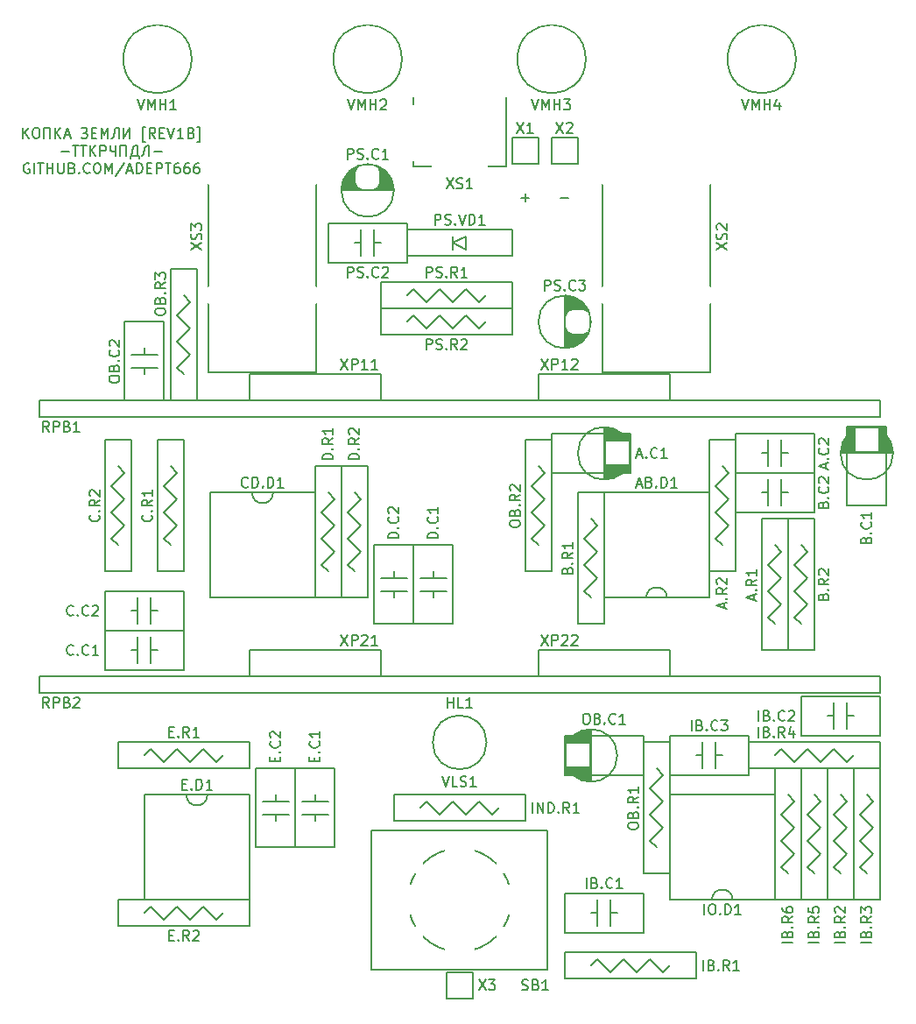
<source format=gbr>
G04 #@! TF.GenerationSoftware,KiCad,Pcbnew,5.1.6-c6e7f7d~87~ubuntu19.10.1*
G04 #@! TF.CreationDate,2022-03-29T21:29:29+06:00*
G04 #@! TF.ProjectId,____________r1b_down-tuned,3a3e3f3a-305f-4373-953c-3b385f723162,1B*
G04 #@! TF.SameCoordinates,Original*
G04 #@! TF.FileFunction,Legend,Top*
G04 #@! TF.FilePolarity,Positive*
%FSLAX46Y46*%
G04 Gerber Fmt 4.6, Leading zero omitted, Abs format (unit mm)*
G04 Created by KiCad (PCBNEW 5.1.6-c6e7f7d~87~ubuntu19.10.1) date 2022-03-29 21:29:29*
%MOMM*%
%LPD*%
G01*
G04 APERTURE LIST*
%ADD10C,0.200000*%
%ADD11C,0.100000*%
%ADD12R,2.300000X2.300000*%
%ADD13C,2.600000*%
%ADD14R,2.900000X4.400000*%
%ADD15O,2.900000X4.400000*%
%ADD16C,6.400000*%
%ADD17R,2.900000X2.900000*%
%ADD18C,2.300000*%
%ADD19R,5.400000X3.400000*%
%ADD20R,3.400000X5.400000*%
G04 APERTURE END LIST*
D10*
X115189047Y-109926428D02*
X115950952Y-109926428D01*
X111379047Y-109926428D02*
X112140952Y-109926428D01*
X111760000Y-110307380D02*
X111760000Y-109545476D01*
X63183571Y-104162380D02*
X63183571Y-103162380D01*
X63755000Y-104162380D02*
X63326428Y-103590952D01*
X63755000Y-103162380D02*
X63183571Y-103733809D01*
X64374047Y-103162380D02*
X64564523Y-103162380D01*
X64659761Y-103210000D01*
X64755000Y-103305238D01*
X64802619Y-103495714D01*
X64802619Y-103829047D01*
X64755000Y-104019523D01*
X64659761Y-104114761D01*
X64564523Y-104162380D01*
X64374047Y-104162380D01*
X64278809Y-104114761D01*
X64183571Y-104019523D01*
X64135952Y-103829047D01*
X64135952Y-103495714D01*
X64183571Y-103305238D01*
X64278809Y-103210000D01*
X64374047Y-103162380D01*
X65231190Y-104162380D02*
X65231190Y-103162380D01*
X65802619Y-103162380D01*
X65802619Y-104162380D01*
X66278809Y-104162380D02*
X66278809Y-103162380D01*
X66850238Y-104162380D02*
X66421666Y-103590952D01*
X66850238Y-103162380D02*
X66278809Y-103733809D01*
X67231190Y-103876666D02*
X67707380Y-103876666D01*
X67135952Y-104162380D02*
X67469285Y-103162380D01*
X67802619Y-104162380D01*
X68993095Y-103638571D02*
X69183571Y-103638571D01*
X68850238Y-103210000D02*
X68945476Y-103162380D01*
X69183571Y-103162380D01*
X69278809Y-103210000D01*
X69326428Y-103257619D01*
X69374047Y-103352857D01*
X69374047Y-103448095D01*
X69326428Y-103543333D01*
X69278809Y-103590952D01*
X69183571Y-103638571D01*
X69326428Y-103686190D01*
X69374047Y-103733809D01*
X69421666Y-103829047D01*
X69421666Y-103971904D01*
X69374047Y-104067142D01*
X69326428Y-104114761D01*
X69231190Y-104162380D01*
X68945476Y-104162380D01*
X68850238Y-104114761D01*
X69850238Y-103638571D02*
X70183571Y-103638571D01*
X70326428Y-104162380D02*
X69850238Y-104162380D01*
X69850238Y-103162380D01*
X70326428Y-103162380D01*
X70755000Y-104162380D02*
X70755000Y-103162380D01*
X71088333Y-103876666D01*
X71421666Y-103162380D01*
X71421666Y-104162380D01*
X72469285Y-104162380D02*
X72469285Y-103162380D01*
X72326428Y-103162380D01*
X72183571Y-103210000D01*
X72088333Y-103305238D01*
X72040714Y-103448095D01*
X71945476Y-104019523D01*
X71897857Y-104114761D01*
X71802619Y-104162380D01*
X71755000Y-104162380D01*
X72945476Y-103162380D02*
X72945476Y-104162380D01*
X73516904Y-103162380D01*
X73516904Y-104162380D01*
X75040714Y-104495714D02*
X74802619Y-104495714D01*
X74802619Y-103067142D01*
X75040714Y-103067142D01*
X75993095Y-104162380D02*
X75659761Y-103686190D01*
X75421666Y-104162380D02*
X75421666Y-103162380D01*
X75802619Y-103162380D01*
X75897857Y-103210000D01*
X75945476Y-103257619D01*
X75993095Y-103352857D01*
X75993095Y-103495714D01*
X75945476Y-103590952D01*
X75897857Y-103638571D01*
X75802619Y-103686190D01*
X75421666Y-103686190D01*
X76421666Y-103638571D02*
X76755000Y-103638571D01*
X76897857Y-104162380D02*
X76421666Y-104162380D01*
X76421666Y-103162380D01*
X76897857Y-103162380D01*
X77183571Y-103162380D02*
X77516904Y-104162380D01*
X77850238Y-103162380D01*
X78707380Y-104162380D02*
X78135952Y-104162380D01*
X78421666Y-104162380D02*
X78421666Y-103162380D01*
X78326428Y-103305238D01*
X78231190Y-103400476D01*
X78135952Y-103448095D01*
X79469285Y-103638571D02*
X79612142Y-103686190D01*
X79659761Y-103733809D01*
X79707380Y-103829047D01*
X79707380Y-103971904D01*
X79659761Y-104067142D01*
X79612142Y-104114761D01*
X79516904Y-104162380D01*
X79135952Y-104162380D01*
X79135952Y-103162380D01*
X79469285Y-103162380D01*
X79564523Y-103210000D01*
X79612142Y-103257619D01*
X79659761Y-103352857D01*
X79659761Y-103448095D01*
X79612142Y-103543333D01*
X79564523Y-103590952D01*
X79469285Y-103638571D01*
X79135952Y-103638571D01*
X80040714Y-104495714D02*
X80278809Y-104495714D01*
X80278809Y-103067142D01*
X80040714Y-103067142D01*
X66897857Y-105481428D02*
X67659761Y-105481428D01*
X67993095Y-104862380D02*
X68564523Y-104862380D01*
X68278809Y-105862380D02*
X68278809Y-104862380D01*
X68755000Y-104862380D02*
X69326428Y-104862380D01*
X69040714Y-105862380D02*
X69040714Y-104862380D01*
X69659761Y-105862380D02*
X69659761Y-104862380D01*
X70231190Y-105862380D02*
X69802619Y-105290952D01*
X70231190Y-104862380D02*
X69659761Y-105433809D01*
X70659761Y-105862380D02*
X70659761Y-104862380D01*
X71040714Y-104862380D01*
X71135952Y-104910000D01*
X71183571Y-104957619D01*
X71231190Y-105052857D01*
X71231190Y-105195714D01*
X71183571Y-105290952D01*
X71135952Y-105338571D01*
X71040714Y-105386190D01*
X70659761Y-105386190D01*
X72135952Y-104862380D02*
X72135952Y-105862380D01*
X71612142Y-104862380D02*
X71612142Y-105243333D01*
X71659761Y-105338571D01*
X71707380Y-105386190D01*
X71802619Y-105433809D01*
X72135952Y-105433809D01*
X72612142Y-105862380D02*
X72612142Y-104862380D01*
X73183571Y-104862380D01*
X73183571Y-105862380D01*
X74421666Y-106100476D02*
X74421666Y-105862380D01*
X73564523Y-105862380D01*
X73564523Y-106100476D01*
X74231190Y-105862380D02*
X74231190Y-104862380D01*
X73993095Y-104862380D01*
X73897857Y-104910000D01*
X73850238Y-104957619D01*
X73802619Y-105052857D01*
X73707380Y-105862380D01*
X75374047Y-105862380D02*
X75374047Y-104862380D01*
X75231190Y-104862380D01*
X75088333Y-104910000D01*
X74993095Y-105005238D01*
X74945476Y-105148095D01*
X74850238Y-105719523D01*
X74802619Y-105814761D01*
X74707380Y-105862380D01*
X74659761Y-105862380D01*
X75850238Y-105481428D02*
X76612142Y-105481428D01*
X63802619Y-106610000D02*
X63707380Y-106562380D01*
X63564523Y-106562380D01*
X63421666Y-106610000D01*
X63326428Y-106705238D01*
X63278809Y-106800476D01*
X63231190Y-106990952D01*
X63231190Y-107133809D01*
X63278809Y-107324285D01*
X63326428Y-107419523D01*
X63421666Y-107514761D01*
X63564523Y-107562380D01*
X63659761Y-107562380D01*
X63802619Y-107514761D01*
X63850238Y-107467142D01*
X63850238Y-107133809D01*
X63659761Y-107133809D01*
X64278809Y-107562380D02*
X64278809Y-106562380D01*
X64612142Y-106562380D02*
X65183571Y-106562380D01*
X64897857Y-107562380D02*
X64897857Y-106562380D01*
X65516904Y-107562380D02*
X65516904Y-106562380D01*
X65516904Y-107038571D02*
X66088333Y-107038571D01*
X66088333Y-107562380D02*
X66088333Y-106562380D01*
X66564523Y-106562380D02*
X66564523Y-107371904D01*
X66612142Y-107467142D01*
X66659761Y-107514761D01*
X66755000Y-107562380D01*
X66945476Y-107562380D01*
X67040714Y-107514761D01*
X67088333Y-107467142D01*
X67135952Y-107371904D01*
X67135952Y-106562380D01*
X67945476Y-107038571D02*
X68088333Y-107086190D01*
X68135952Y-107133809D01*
X68183571Y-107229047D01*
X68183571Y-107371904D01*
X68135952Y-107467142D01*
X68088333Y-107514761D01*
X67993095Y-107562380D01*
X67612142Y-107562380D01*
X67612142Y-106562380D01*
X67945476Y-106562380D01*
X68040714Y-106610000D01*
X68088333Y-106657619D01*
X68135952Y-106752857D01*
X68135952Y-106848095D01*
X68088333Y-106943333D01*
X68040714Y-106990952D01*
X67945476Y-107038571D01*
X67612142Y-107038571D01*
X68612142Y-107467142D02*
X68659761Y-107514761D01*
X68612142Y-107562380D01*
X68564523Y-107514761D01*
X68612142Y-107467142D01*
X68612142Y-107562380D01*
X69659761Y-107467142D02*
X69612142Y-107514761D01*
X69469285Y-107562380D01*
X69374047Y-107562380D01*
X69231190Y-107514761D01*
X69135952Y-107419523D01*
X69088333Y-107324285D01*
X69040714Y-107133809D01*
X69040714Y-106990952D01*
X69088333Y-106800476D01*
X69135952Y-106705238D01*
X69231190Y-106610000D01*
X69374047Y-106562380D01*
X69469285Y-106562380D01*
X69612142Y-106610000D01*
X69659761Y-106657619D01*
X70278809Y-106562380D02*
X70469285Y-106562380D01*
X70564523Y-106610000D01*
X70659761Y-106705238D01*
X70707380Y-106895714D01*
X70707380Y-107229047D01*
X70659761Y-107419523D01*
X70564523Y-107514761D01*
X70469285Y-107562380D01*
X70278809Y-107562380D01*
X70183571Y-107514761D01*
X70088333Y-107419523D01*
X70040714Y-107229047D01*
X70040714Y-106895714D01*
X70088333Y-106705238D01*
X70183571Y-106610000D01*
X70278809Y-106562380D01*
X71135952Y-107562380D02*
X71135952Y-106562380D01*
X71469285Y-107276666D01*
X71802619Y-106562380D01*
X71802619Y-107562380D01*
X72993095Y-106514761D02*
X72135952Y-107800476D01*
X73278809Y-107276666D02*
X73755000Y-107276666D01*
X73183571Y-107562380D02*
X73516904Y-106562380D01*
X73850238Y-107562380D01*
X74183571Y-107562380D02*
X74183571Y-106562380D01*
X74421666Y-106562380D01*
X74564523Y-106610000D01*
X74659761Y-106705238D01*
X74707380Y-106800476D01*
X74755000Y-106990952D01*
X74755000Y-107133809D01*
X74707380Y-107324285D01*
X74659761Y-107419523D01*
X74564523Y-107514761D01*
X74421666Y-107562380D01*
X74183571Y-107562380D01*
X75183571Y-107038571D02*
X75516904Y-107038571D01*
X75659761Y-107562380D02*
X75183571Y-107562380D01*
X75183571Y-106562380D01*
X75659761Y-106562380D01*
X76088333Y-107562380D02*
X76088333Y-106562380D01*
X76469285Y-106562380D01*
X76564523Y-106610000D01*
X76612142Y-106657619D01*
X76659761Y-106752857D01*
X76659761Y-106895714D01*
X76612142Y-106990952D01*
X76564523Y-107038571D01*
X76469285Y-107086190D01*
X76088333Y-107086190D01*
X76945476Y-106562380D02*
X77516904Y-106562380D01*
X77231190Y-107562380D02*
X77231190Y-106562380D01*
X78278809Y-106562380D02*
X78088333Y-106562380D01*
X77993095Y-106610000D01*
X77945476Y-106657619D01*
X77850238Y-106800476D01*
X77802619Y-106990952D01*
X77802619Y-107371904D01*
X77850238Y-107467142D01*
X77897857Y-107514761D01*
X77993095Y-107562380D01*
X78183571Y-107562380D01*
X78278809Y-107514761D01*
X78326428Y-107467142D01*
X78374047Y-107371904D01*
X78374047Y-107133809D01*
X78326428Y-107038571D01*
X78278809Y-106990952D01*
X78183571Y-106943333D01*
X77993095Y-106943333D01*
X77897857Y-106990952D01*
X77850238Y-107038571D01*
X77802619Y-107133809D01*
X79231190Y-106562380D02*
X79040714Y-106562380D01*
X78945476Y-106610000D01*
X78897857Y-106657619D01*
X78802619Y-106800476D01*
X78755000Y-106990952D01*
X78755000Y-107371904D01*
X78802619Y-107467142D01*
X78850238Y-107514761D01*
X78945476Y-107562380D01*
X79135952Y-107562380D01*
X79231190Y-107514761D01*
X79278809Y-107467142D01*
X79326428Y-107371904D01*
X79326428Y-107133809D01*
X79278809Y-107038571D01*
X79231190Y-106990952D01*
X79135952Y-106943333D01*
X78945476Y-106943333D01*
X78850238Y-106990952D01*
X78802619Y-107038571D01*
X78755000Y-107133809D01*
X80183571Y-106562380D02*
X79993095Y-106562380D01*
X79897857Y-106610000D01*
X79850238Y-106657619D01*
X79755000Y-106800476D01*
X79707380Y-106990952D01*
X79707380Y-107371904D01*
X79755000Y-107467142D01*
X79802619Y-107514761D01*
X79897857Y-107562380D01*
X80088333Y-107562380D01*
X80183571Y-107514761D01*
X80231190Y-107467142D01*
X80278809Y-107371904D01*
X80278809Y-107133809D01*
X80231190Y-107038571D01*
X80183571Y-106990952D01*
X80088333Y-106943333D01*
X79897857Y-106943333D01*
X79802619Y-106990952D01*
X79755000Y-107038571D01*
X79707380Y-107133809D01*
X64770000Y-156210000D02*
X64770000Y-157810000D01*
X146050000Y-156210000D02*
X146050000Y-157810000D01*
X85090000Y-153670000D02*
X85090000Y-156210000D01*
X97790000Y-153670000D02*
X97790000Y-156210000D01*
X85090000Y-153670000D02*
X97790000Y-153670000D01*
X113030000Y-153670000D02*
X125730000Y-153670000D01*
X64770000Y-156210000D02*
X146050000Y-156210000D01*
X64770000Y-157810000D02*
X146050000Y-157810000D01*
X113030000Y-153670000D02*
X113030000Y-156210000D01*
X125730000Y-153670000D02*
X125730000Y-156210000D01*
X64770000Y-129540000D02*
X64770000Y-131140000D01*
X146050000Y-129540000D02*
X146050000Y-131140000D01*
X85090000Y-127000000D02*
X85090000Y-129540000D01*
X97790000Y-127000000D02*
X97790000Y-129540000D01*
X85090000Y-127000000D02*
X97790000Y-127000000D01*
X113030000Y-127000000D02*
X125730000Y-127000000D01*
X64770000Y-129540000D02*
X146050000Y-129540000D01*
X64770000Y-131140000D02*
X146050000Y-131140000D01*
X113030000Y-127000000D02*
X113030000Y-129540000D01*
X125730000Y-127000000D02*
X125730000Y-129540000D01*
X119260000Y-126830000D02*
X119260000Y-107830000D01*
X129660000Y-126830000D02*
X129660000Y-107830000D01*
X129660000Y-126830000D02*
X119260000Y-126830000D01*
X81160000Y-126830000D02*
X81160000Y-107830000D01*
X91560000Y-126830000D02*
X91560000Y-107830000D01*
X91560000Y-126830000D02*
X81160000Y-126830000D01*
X137922000Y-96520000D02*
G75*
G03*
X137922000Y-96520000I-3302000J0D01*
G01*
X117602000Y-96520000D02*
G75*
G03*
X117602000Y-96520000I-3302000J0D01*
G01*
X99822000Y-96520000D02*
G75*
G03*
X99822000Y-96520000I-3302000J0D01*
G01*
X79502000Y-96520000D02*
G75*
G03*
X79502000Y-96520000I-3302000J0D01*
G01*
X110410000Y-177800000D02*
G75*
G03*
X110410000Y-177800000I-5000000J0D01*
G01*
X96910000Y-171050000D02*
X113910000Y-171050000D01*
X96910000Y-184550000D02*
X113910000Y-184550000D01*
X96910000Y-171050000D02*
X96910000Y-184550000D01*
X113910000Y-171050000D02*
X113910000Y-184550000D01*
X123190000Y-161925000D02*
X115570000Y-161925000D01*
X123190000Y-165735000D02*
X115570000Y-165735000D01*
X123190000Y-165735000D02*
X123190000Y-161925000D01*
X115570000Y-165735000D02*
X115570000Y-161925000D01*
X120650000Y-163830000D02*
G75*
G03*
X120650000Y-163830000I-2540000J0D01*
G01*
D11*
G36*
X115570000Y-161925000D02*
G01*
X116332000Y-161925000D01*
X117221000Y-161417000D01*
X118110000Y-161290000D01*
X118110000Y-166370000D01*
X117221000Y-166243000D01*
X116332000Y-165735000D01*
X115570000Y-165735000D01*
X115570000Y-161925000D01*
G37*
X115570000Y-161925000D02*
X116332000Y-161925000D01*
X117221000Y-161417000D01*
X118110000Y-161290000D01*
X118110000Y-166370000D01*
X117221000Y-166243000D01*
X116332000Y-165735000D01*
X115570000Y-165735000D01*
X115570000Y-161925000D01*
D10*
X118110000Y-166370000D02*
X118110000Y-161290000D01*
X146685000Y-139700000D02*
X146685000Y-132080000D01*
X142875000Y-139700000D02*
X142875000Y-132080000D01*
X142875000Y-139700000D02*
X146685000Y-139700000D01*
X142875000Y-132080000D02*
X146685000Y-132080000D01*
X147320000Y-134620000D02*
G75*
G03*
X147320000Y-134620000I-2540000J0D01*
G01*
D11*
G36*
X146685000Y-132080000D02*
G01*
X146685000Y-132842000D01*
X147193000Y-133731000D01*
X147320000Y-134620000D01*
X142240000Y-134620000D01*
X142367000Y-133731000D01*
X142875000Y-132842000D01*
X142875000Y-132080000D01*
X146685000Y-132080000D01*
G37*
X146685000Y-132080000D02*
X146685000Y-132842000D01*
X147193000Y-133731000D01*
X147320000Y-134620000D01*
X142240000Y-134620000D01*
X142367000Y-133731000D01*
X142875000Y-132842000D01*
X142875000Y-132080000D01*
X146685000Y-132080000D01*
D10*
X142240000Y-134620000D02*
X147320000Y-134620000D01*
X114300000Y-136525000D02*
X121920000Y-136525000D01*
X114300000Y-132715000D02*
X121920000Y-132715000D01*
X114300000Y-132715000D02*
X114300000Y-136525000D01*
X121920000Y-132715000D02*
X121920000Y-136525000D01*
X121920000Y-134620000D02*
G75*
G03*
X121920000Y-134620000I-2540000J0D01*
G01*
D11*
G36*
X121920000Y-136525000D02*
G01*
X121158000Y-136525000D01*
X120269000Y-137033000D01*
X119380000Y-137160000D01*
X119380000Y-132080000D01*
X120269000Y-132207000D01*
X121158000Y-132715000D01*
X121920000Y-132715000D01*
X121920000Y-136525000D01*
G37*
X121920000Y-136525000D02*
X121158000Y-136525000D01*
X120269000Y-137033000D01*
X119380000Y-137160000D01*
X119380000Y-132080000D01*
X120269000Y-132207000D01*
X121158000Y-132715000D01*
X121920000Y-132715000D01*
X121920000Y-136525000D01*
D10*
X119380000Y-132080000D02*
X119380000Y-137160000D01*
G36*
X115570000Y-119380000D02*
G01*
X116332000Y-119507000D01*
X117475000Y-120269000D01*
X118110000Y-121920000D01*
X117475000Y-123571000D01*
X116332000Y-124333000D01*
X115570000Y-124460000D01*
X115570000Y-119380000D01*
G37*
X115570000Y-119380000D02*
X116332000Y-119507000D01*
X117475000Y-120269000D01*
X118110000Y-121920000D01*
X117475000Y-123571000D01*
X116332000Y-124333000D01*
X115570000Y-124460000D01*
X115570000Y-119380000D01*
X118110000Y-121920000D02*
G75*
G03*
X118110000Y-121920000I-2540000J0D01*
G01*
X99060000Y-109220000D02*
G75*
G03*
X99060000Y-109220000I-2540000J0D01*
G01*
G36*
X93980000Y-109220000D02*
G01*
X94107000Y-108458000D01*
X94869000Y-107315000D01*
X96520000Y-106680000D01*
X98171000Y-107315000D01*
X98933000Y-108458000D01*
X99060000Y-109220000D01*
X93980000Y-109220000D01*
G37*
X93980000Y-109220000D02*
X94107000Y-108458000D01*
X94869000Y-107315000D01*
X96520000Y-106680000D01*
X98171000Y-107315000D01*
X98933000Y-108458000D01*
X99060000Y-109220000D01*
X93980000Y-109220000D01*
X100330000Y-116205000D02*
X92710000Y-116205000D01*
X100330000Y-112395000D02*
X92710000Y-112395000D01*
X100330000Y-116205000D02*
X100330000Y-112395000D01*
X92710000Y-116205000D02*
X92710000Y-112395000D01*
X97790000Y-114300000D02*
X97155000Y-114300000D01*
X95885000Y-114300000D02*
X95250000Y-114300000D01*
X97155000Y-115570000D02*
X97155000Y-113030000D01*
X95885000Y-115570000D02*
X95885000Y-113030000D01*
X73025000Y-129540000D02*
X73025000Y-121920000D01*
X76835000Y-129540000D02*
X76835000Y-121920000D01*
X73025000Y-129540000D02*
X76835000Y-129540000D01*
X73025000Y-121920000D02*
X76835000Y-121920000D01*
X74930000Y-127000000D02*
X74930000Y-126365000D01*
X74930000Y-125095000D02*
X74930000Y-124460000D01*
X73660000Y-126365000D02*
X76200000Y-126365000D01*
X73660000Y-125095000D02*
X76200000Y-125095000D01*
X125730000Y-161925000D02*
X133350000Y-161925000D01*
X125730000Y-165735000D02*
X133350000Y-165735000D01*
X125730000Y-161925000D02*
X125730000Y-165735000D01*
X133350000Y-161925000D02*
X133350000Y-165735000D01*
X128270000Y-163830000D02*
X128905000Y-163830000D01*
X130175000Y-163830000D02*
X130810000Y-163830000D01*
X128905000Y-162560000D02*
X128905000Y-165100000D01*
X130175000Y-162560000D02*
X130175000Y-165100000D01*
X138430000Y-158115000D02*
X146050000Y-158115000D01*
X138430000Y-161925000D02*
X146050000Y-161925000D01*
X138430000Y-158115000D02*
X138430000Y-161925000D01*
X146050000Y-158115000D02*
X146050000Y-161925000D01*
X140970000Y-160020000D02*
X141605000Y-160020000D01*
X142875000Y-160020000D02*
X143510000Y-160020000D01*
X141605000Y-158750000D02*
X141605000Y-161290000D01*
X142875000Y-158750000D02*
X142875000Y-161290000D01*
X115570000Y-177165000D02*
X123190000Y-177165000D01*
X115570000Y-180975000D02*
X123190000Y-180975000D01*
X115570000Y-177165000D02*
X115570000Y-180975000D01*
X123190000Y-177165000D02*
X123190000Y-180975000D01*
X118110000Y-179070000D02*
X118745000Y-179070000D01*
X120015000Y-179070000D02*
X120650000Y-179070000D01*
X118745000Y-177800000D02*
X118745000Y-180340000D01*
X120015000Y-177800000D02*
X120015000Y-180340000D01*
X85725000Y-172720000D02*
X85725000Y-165100000D01*
X89535000Y-172720000D02*
X89535000Y-165100000D01*
X85725000Y-172720000D02*
X89535000Y-172720000D01*
X85725000Y-165100000D02*
X89535000Y-165100000D01*
X87630000Y-170180000D02*
X87630000Y-169545000D01*
X87630000Y-168275000D02*
X87630000Y-167640000D01*
X86360000Y-169545000D02*
X88900000Y-169545000D01*
X86360000Y-168275000D02*
X88900000Y-168275000D01*
X93345000Y-165100000D02*
X93345000Y-172720000D01*
X89535000Y-165100000D02*
X89535000Y-172720000D01*
X93345000Y-165100000D02*
X89535000Y-165100000D01*
X93345000Y-172720000D02*
X89535000Y-172720000D01*
X91440000Y-167640000D02*
X91440000Y-168275000D01*
X91440000Y-169545000D02*
X91440000Y-170180000D01*
X92710000Y-168275000D02*
X90170000Y-168275000D01*
X92710000Y-169545000D02*
X90170000Y-169545000D01*
X100965000Y-143510000D02*
X100965000Y-151130000D01*
X97155000Y-143510000D02*
X97155000Y-151130000D01*
X100965000Y-143510000D02*
X97155000Y-143510000D01*
X100965000Y-151130000D02*
X97155000Y-151130000D01*
X99060000Y-146050000D02*
X99060000Y-146685000D01*
X99060000Y-147955000D02*
X99060000Y-148590000D01*
X100330000Y-146685000D02*
X97790000Y-146685000D01*
X100330000Y-147955000D02*
X97790000Y-147955000D01*
X100965000Y-151130000D02*
X100965000Y-143510000D01*
X104775000Y-151130000D02*
X104775000Y-143510000D01*
X100965000Y-151130000D02*
X104775000Y-151130000D01*
X100965000Y-143510000D02*
X104775000Y-143510000D01*
X102870000Y-148590000D02*
X102870000Y-147955000D01*
X102870000Y-146685000D02*
X102870000Y-146050000D01*
X101600000Y-147955000D02*
X104140000Y-147955000D01*
X101600000Y-146685000D02*
X104140000Y-146685000D01*
X71120000Y-147955000D02*
X78740000Y-147955000D01*
X71120000Y-151765000D02*
X78740000Y-151765000D01*
X71120000Y-147955000D02*
X71120000Y-151765000D01*
X78740000Y-147955000D02*
X78740000Y-151765000D01*
X73660000Y-149860000D02*
X74295000Y-149860000D01*
X75565000Y-149860000D02*
X76200000Y-149860000D01*
X74295000Y-148590000D02*
X74295000Y-151130000D01*
X75565000Y-148590000D02*
X75565000Y-151130000D01*
X78740000Y-155575000D02*
X71120000Y-155575000D01*
X78740000Y-151765000D02*
X71120000Y-151765000D01*
X78740000Y-155575000D02*
X78740000Y-151765000D01*
X71120000Y-155575000D02*
X71120000Y-151765000D01*
X76200000Y-153670000D02*
X75565000Y-153670000D01*
X74295000Y-153670000D02*
X73660000Y-153670000D01*
X75565000Y-154940000D02*
X75565000Y-152400000D01*
X74295000Y-154940000D02*
X74295000Y-152400000D01*
X135255000Y-139700000D02*
X135255000Y-137160000D01*
X136525000Y-139700000D02*
X136525000Y-137160000D01*
X135255000Y-138430000D02*
X134620000Y-138430000D01*
X137160000Y-138430000D02*
X136525000Y-138430000D01*
X132080000Y-140335000D02*
X132080000Y-136525000D01*
X139700000Y-140335000D02*
X139700000Y-136525000D01*
X139700000Y-136525000D02*
X132080000Y-136525000D01*
X139700000Y-140335000D02*
X132080000Y-140335000D01*
X136525000Y-133350000D02*
X136525000Y-135890000D01*
X135255000Y-133350000D02*
X135255000Y-135890000D01*
X136525000Y-134620000D02*
X137160000Y-134620000D01*
X134620000Y-134620000D02*
X135255000Y-134620000D01*
X139700000Y-132715000D02*
X139700000Y-136525000D01*
X132080000Y-132715000D02*
X132080000Y-136525000D01*
X132080000Y-136525000D02*
X139700000Y-136525000D01*
X132080000Y-132715000D02*
X139700000Y-132715000D01*
X111760000Y-170180000D02*
X99060000Y-170180000D01*
X111760000Y-167640000D02*
X99060000Y-167640000D01*
X111760000Y-170180000D02*
X111760000Y-167640000D01*
X99060000Y-170180000D02*
X99060000Y-167640000D01*
X109220000Y-168910000D02*
X108585000Y-169545000D01*
X108585000Y-169545000D02*
X107315000Y-168275000D01*
X107315000Y-168275000D02*
X106045000Y-169545000D01*
X106045000Y-169545000D02*
X104775000Y-168275000D01*
X104775000Y-168275000D02*
X103505000Y-169545000D01*
X103505000Y-169545000D02*
X102235000Y-168275000D01*
X102235000Y-168275000D02*
X101600000Y-168910000D01*
X97790000Y-120650000D02*
X110490000Y-120650000D01*
X97790000Y-123190000D02*
X110490000Y-123190000D01*
X97790000Y-120650000D02*
X97790000Y-123190000D01*
X110490000Y-120650000D02*
X110490000Y-123190000D01*
X100330000Y-121920000D02*
X100965000Y-121285000D01*
X100965000Y-121285000D02*
X102235000Y-122555000D01*
X102235000Y-122555000D02*
X103505000Y-121285000D01*
X103505000Y-121285000D02*
X104775000Y-122555000D01*
X104775000Y-122555000D02*
X106045000Y-121285000D01*
X106045000Y-121285000D02*
X107315000Y-122555000D01*
X107315000Y-122555000D02*
X107950000Y-121920000D01*
X110490000Y-120650000D02*
X97790000Y-120650000D01*
X110490000Y-118110000D02*
X97790000Y-118110000D01*
X110490000Y-120650000D02*
X110490000Y-118110000D01*
X97790000Y-120650000D02*
X97790000Y-118110000D01*
X107950000Y-119380000D02*
X107315000Y-120015000D01*
X107315000Y-120015000D02*
X106045000Y-118745000D01*
X106045000Y-118745000D02*
X104775000Y-120015000D01*
X104775000Y-120015000D02*
X103505000Y-118745000D01*
X103505000Y-118745000D02*
X102235000Y-120015000D01*
X102235000Y-120015000D02*
X100965000Y-118745000D01*
X100965000Y-118745000D02*
X100330000Y-119380000D01*
X80010000Y-116840000D02*
X80010000Y-129540000D01*
X77470000Y-116840000D02*
X77470000Y-129540000D01*
X80010000Y-116840000D02*
X77470000Y-116840000D01*
X80010000Y-129540000D02*
X77470000Y-129540000D01*
X78740000Y-119380000D02*
X79375000Y-120015000D01*
X79375000Y-120015000D02*
X78105000Y-121285000D01*
X78105000Y-121285000D02*
X79375000Y-122555000D01*
X79375000Y-122555000D02*
X78105000Y-123825000D01*
X78105000Y-123825000D02*
X79375000Y-125095000D01*
X79375000Y-125095000D02*
X78105000Y-126365000D01*
X78105000Y-126365000D02*
X78740000Y-127000000D01*
X113665000Y-136525000D02*
X113030000Y-135890000D01*
X112395000Y-137795000D02*
X113665000Y-136525000D01*
X113665000Y-139065000D02*
X112395000Y-137795000D01*
X112395000Y-140335000D02*
X113665000Y-139065000D01*
X113665000Y-141605000D02*
X112395000Y-140335000D01*
X112395000Y-142875000D02*
X113665000Y-141605000D01*
X113030000Y-143510000D02*
X112395000Y-142875000D01*
X111760000Y-133350000D02*
X114300000Y-133350000D01*
X111760000Y-146050000D02*
X114300000Y-146050000D01*
X114300000Y-146050000D02*
X114300000Y-133350000D01*
X111760000Y-146050000D02*
X111760000Y-133350000D01*
X123825000Y-172085000D02*
X124460000Y-172720000D01*
X125095000Y-170815000D02*
X123825000Y-172085000D01*
X123825000Y-169545000D02*
X125095000Y-170815000D01*
X125095000Y-168275000D02*
X123825000Y-169545000D01*
X123825000Y-167005000D02*
X125095000Y-168275000D01*
X125095000Y-165735000D02*
X123825000Y-167005000D01*
X124460000Y-165100000D02*
X125095000Y-165735000D01*
X125730000Y-175260000D02*
X123190000Y-175260000D01*
X125730000Y-162560000D02*
X123190000Y-162560000D01*
X123190000Y-162560000D02*
X123190000Y-175260000D01*
X125730000Y-162560000D02*
X125730000Y-175260000D01*
X135890000Y-177800000D02*
X135890000Y-165100000D01*
X138430000Y-177800000D02*
X138430000Y-165100000D01*
X135890000Y-177800000D02*
X138430000Y-177800000D01*
X135890000Y-165100000D02*
X138430000Y-165100000D01*
X137160000Y-175260000D02*
X136525000Y-174625000D01*
X136525000Y-174625000D02*
X137795000Y-173355000D01*
X137795000Y-173355000D02*
X136525000Y-172085000D01*
X136525000Y-172085000D02*
X137795000Y-170815000D01*
X137795000Y-170815000D02*
X136525000Y-169545000D01*
X136525000Y-169545000D02*
X137795000Y-168275000D01*
X137795000Y-168275000D02*
X137160000Y-167640000D01*
X140970000Y-165100000D02*
X140970000Y-177800000D01*
X138430000Y-165100000D02*
X138430000Y-177800000D01*
X140970000Y-165100000D02*
X138430000Y-165100000D01*
X140970000Y-177800000D02*
X138430000Y-177800000D01*
X139700000Y-167640000D02*
X140335000Y-168275000D01*
X140335000Y-168275000D02*
X139065000Y-169545000D01*
X139065000Y-169545000D02*
X140335000Y-170815000D01*
X140335000Y-170815000D02*
X139065000Y-172085000D01*
X139065000Y-172085000D02*
X140335000Y-173355000D01*
X140335000Y-173355000D02*
X139065000Y-174625000D01*
X139065000Y-174625000D02*
X139700000Y-175260000D01*
X146050000Y-165100000D02*
X133350000Y-165100000D01*
X146050000Y-162560000D02*
X133350000Y-162560000D01*
X146050000Y-165100000D02*
X146050000Y-162560000D01*
X133350000Y-165100000D02*
X133350000Y-162560000D01*
X143510000Y-163830000D02*
X142875000Y-164465000D01*
X142875000Y-164465000D02*
X141605000Y-163195000D01*
X141605000Y-163195000D02*
X140335000Y-164465000D01*
X140335000Y-164465000D02*
X139065000Y-163195000D01*
X139065000Y-163195000D02*
X137795000Y-164465000D01*
X137795000Y-164465000D02*
X136525000Y-163195000D01*
X136525000Y-163195000D02*
X135890000Y-163830000D01*
X146050000Y-165100000D02*
X146050000Y-177800000D01*
X143510000Y-165100000D02*
X143510000Y-177800000D01*
X146050000Y-165100000D02*
X143510000Y-165100000D01*
X146050000Y-177800000D02*
X143510000Y-177800000D01*
X144780000Y-167640000D02*
X145415000Y-168275000D01*
X145415000Y-168275000D02*
X144145000Y-169545000D01*
X144145000Y-169545000D02*
X145415000Y-170815000D01*
X145415000Y-170815000D02*
X144145000Y-172085000D01*
X144145000Y-172085000D02*
X145415000Y-173355000D01*
X145415000Y-173355000D02*
X144145000Y-174625000D01*
X144145000Y-174625000D02*
X144780000Y-175260000D01*
X143510000Y-165100000D02*
X143510000Y-177800000D01*
X140970000Y-165100000D02*
X140970000Y-177800000D01*
X143510000Y-165100000D02*
X140970000Y-165100000D01*
X143510000Y-177800000D02*
X140970000Y-177800000D01*
X142240000Y-167640000D02*
X142875000Y-168275000D01*
X142875000Y-168275000D02*
X141605000Y-169545000D01*
X141605000Y-169545000D02*
X142875000Y-170815000D01*
X142875000Y-170815000D02*
X141605000Y-172085000D01*
X141605000Y-172085000D02*
X142875000Y-173355000D01*
X142875000Y-173355000D02*
X141605000Y-174625000D01*
X141605000Y-174625000D02*
X142240000Y-175260000D01*
X128270000Y-185420000D02*
X115570000Y-185420000D01*
X128270000Y-182880000D02*
X115570000Y-182880000D01*
X128270000Y-185420000D02*
X128270000Y-182880000D01*
X115570000Y-185420000D02*
X115570000Y-182880000D01*
X125730000Y-184150000D02*
X125095000Y-184785000D01*
X125095000Y-184785000D02*
X123825000Y-183515000D01*
X123825000Y-183515000D02*
X122555000Y-184785000D01*
X122555000Y-184785000D02*
X121285000Y-183515000D01*
X121285000Y-183515000D02*
X120015000Y-184785000D01*
X120015000Y-184785000D02*
X118745000Y-183515000D01*
X118745000Y-183515000D02*
X118110000Y-184150000D01*
X85090000Y-180340000D02*
X72390000Y-180340000D01*
X85090000Y-177800000D02*
X72390000Y-177800000D01*
X85090000Y-180340000D02*
X85090000Y-177800000D01*
X72390000Y-180340000D02*
X72390000Y-177800000D01*
X82550000Y-179070000D02*
X81915000Y-179705000D01*
X81915000Y-179705000D02*
X80645000Y-178435000D01*
X80645000Y-178435000D02*
X79375000Y-179705000D01*
X79375000Y-179705000D02*
X78105000Y-178435000D01*
X78105000Y-178435000D02*
X76835000Y-179705000D01*
X76835000Y-179705000D02*
X75565000Y-178435000D01*
X75565000Y-178435000D02*
X74930000Y-179070000D01*
X85090000Y-165100000D02*
X72390000Y-165100000D01*
X85090000Y-162560000D02*
X72390000Y-162560000D01*
X85090000Y-165100000D02*
X85090000Y-162560000D01*
X72390000Y-165100000D02*
X72390000Y-162560000D01*
X82550000Y-163830000D02*
X81915000Y-164465000D01*
X81915000Y-164465000D02*
X80645000Y-163195000D01*
X80645000Y-163195000D02*
X79375000Y-164465000D01*
X79375000Y-164465000D02*
X78105000Y-163195000D01*
X78105000Y-163195000D02*
X76835000Y-164465000D01*
X76835000Y-164465000D02*
X75565000Y-163195000D01*
X75565000Y-163195000D02*
X74930000Y-163830000D01*
X93980000Y-148590000D02*
X93980000Y-135890000D01*
X96520000Y-148590000D02*
X96520000Y-135890000D01*
X93980000Y-148590000D02*
X96520000Y-148590000D01*
X93980000Y-135890000D02*
X96520000Y-135890000D01*
X95250000Y-146050000D02*
X94615000Y-145415000D01*
X94615000Y-145415000D02*
X95885000Y-144145000D01*
X95885000Y-144145000D02*
X94615000Y-142875000D01*
X94615000Y-142875000D02*
X95885000Y-141605000D01*
X95885000Y-141605000D02*
X94615000Y-140335000D01*
X94615000Y-140335000D02*
X95885000Y-139065000D01*
X95885000Y-139065000D02*
X95250000Y-138430000D01*
X93980000Y-135890000D02*
X93980000Y-148590000D01*
X91440000Y-135890000D02*
X91440000Y-148590000D01*
X93980000Y-135890000D02*
X91440000Y-135890000D01*
X93980000Y-148590000D02*
X91440000Y-148590000D01*
X92710000Y-138430000D02*
X93345000Y-139065000D01*
X93345000Y-139065000D02*
X92075000Y-140335000D01*
X92075000Y-140335000D02*
X93345000Y-141605000D01*
X93345000Y-141605000D02*
X92075000Y-142875000D01*
X92075000Y-142875000D02*
X93345000Y-144145000D01*
X93345000Y-144145000D02*
X92075000Y-145415000D01*
X92075000Y-145415000D02*
X92710000Y-146050000D01*
X71120000Y-146050000D02*
X71120000Y-133350000D01*
X73660000Y-146050000D02*
X73660000Y-133350000D01*
X71120000Y-146050000D02*
X73660000Y-146050000D01*
X71120000Y-133350000D02*
X73660000Y-133350000D01*
X72390000Y-143510000D02*
X71755000Y-142875000D01*
X71755000Y-142875000D02*
X73025000Y-141605000D01*
X73025000Y-141605000D02*
X71755000Y-140335000D01*
X71755000Y-140335000D02*
X73025000Y-139065000D01*
X73025000Y-139065000D02*
X71755000Y-137795000D01*
X71755000Y-137795000D02*
X73025000Y-136525000D01*
X73025000Y-136525000D02*
X72390000Y-135890000D01*
X78740000Y-133350000D02*
X78740000Y-146050000D01*
X76200000Y-133350000D02*
X76200000Y-146050000D01*
X78740000Y-133350000D02*
X76200000Y-133350000D01*
X78740000Y-146050000D02*
X76200000Y-146050000D01*
X77470000Y-135890000D02*
X78105000Y-136525000D01*
X78105000Y-136525000D02*
X76835000Y-137795000D01*
X76835000Y-137795000D02*
X78105000Y-139065000D01*
X78105000Y-139065000D02*
X76835000Y-140335000D01*
X76835000Y-140335000D02*
X78105000Y-141605000D01*
X78105000Y-141605000D02*
X76835000Y-142875000D01*
X76835000Y-142875000D02*
X77470000Y-143510000D01*
X137795000Y-150495000D02*
X138430000Y-151130000D01*
X139065000Y-149225000D02*
X137795000Y-150495000D01*
X137795000Y-147955000D02*
X139065000Y-149225000D01*
X139065000Y-146685000D02*
X137795000Y-147955000D01*
X137795000Y-145415000D02*
X139065000Y-146685000D01*
X139065000Y-144145000D02*
X137795000Y-145415000D01*
X138430000Y-143510000D02*
X139065000Y-144145000D01*
X139700000Y-153670000D02*
X137160000Y-153670000D01*
X139700000Y-140970000D02*
X137160000Y-140970000D01*
X137160000Y-140970000D02*
X137160000Y-153670000D01*
X139700000Y-140970000D02*
X139700000Y-153670000D01*
X116840000Y-151130000D02*
X116840000Y-138430000D01*
X119380000Y-151130000D02*
X119380000Y-138430000D01*
X116840000Y-151130000D02*
X119380000Y-151130000D01*
X116840000Y-138430000D02*
X119380000Y-138430000D01*
X118110000Y-148590000D02*
X117475000Y-147955000D01*
X117475000Y-147955000D02*
X118745000Y-146685000D01*
X118745000Y-146685000D02*
X117475000Y-145415000D01*
X117475000Y-145415000D02*
X118745000Y-144145000D01*
X118745000Y-144145000D02*
X117475000Y-142875000D01*
X117475000Y-142875000D02*
X118745000Y-141605000D01*
X118745000Y-141605000D02*
X118110000Y-140970000D01*
X130175000Y-142875000D02*
X130810000Y-143510000D01*
X131445000Y-141605000D02*
X130175000Y-142875000D01*
X130175000Y-140335000D02*
X131445000Y-141605000D01*
X131445000Y-139065000D02*
X130175000Y-140335000D01*
X130175000Y-137795000D02*
X131445000Y-139065000D01*
X131445000Y-136525000D02*
X130175000Y-137795000D01*
X130810000Y-135890000D02*
X131445000Y-136525000D01*
X132080000Y-146050000D02*
X129540000Y-146050000D01*
X132080000Y-133350000D02*
X129540000Y-133350000D01*
X129540000Y-133350000D02*
X129540000Y-146050000D01*
X132080000Y-133350000D02*
X132080000Y-146050000D01*
X134620000Y-153670000D02*
X134620000Y-140970000D01*
X137160000Y-153670000D02*
X137160000Y-140970000D01*
X134620000Y-153670000D02*
X137160000Y-153670000D01*
X134620000Y-140970000D02*
X137160000Y-140970000D01*
X135890000Y-151130000D02*
X135255000Y-150495000D01*
X135255000Y-150495000D02*
X136525000Y-149225000D01*
X136525000Y-149225000D02*
X135255000Y-147955000D01*
X135255000Y-147955000D02*
X136525000Y-146685000D01*
X136525000Y-146685000D02*
X135255000Y-145415000D01*
X135255000Y-145415000D02*
X136525000Y-144145000D01*
X136525000Y-144145000D02*
X135890000Y-143510000D01*
X100910000Y-106910000D02*
X100910000Y-100210000D01*
X109910000Y-106910000D02*
X109910000Y-100210000D01*
X109910000Y-106910000D02*
X100910000Y-106910000D01*
X116840000Y-104140000D02*
X116840000Y-106680000D01*
X114300000Y-104140000D02*
X114300000Y-106680000D01*
X114300000Y-106680000D02*
X116840000Y-106680000D01*
X114300000Y-104140000D02*
X116840000Y-104140000D01*
X113030000Y-104140000D02*
X113030000Y-106680000D01*
X110490000Y-104140000D02*
X110490000Y-106680000D01*
X110490000Y-106680000D02*
X113030000Y-106680000D01*
X110490000Y-104140000D02*
X113030000Y-104140000D01*
X106680000Y-184785000D02*
X106680000Y-187325000D01*
X104140000Y-184785000D02*
X104140000Y-187325000D01*
X104140000Y-187325000D02*
X106680000Y-187325000D01*
X104140000Y-184785000D02*
X106680000Y-184785000D01*
X125730000Y-177800000D02*
X125730000Y-167640000D01*
X135890000Y-177800000D02*
X125730000Y-177800000D01*
X135890000Y-167640000D02*
X125730000Y-167640000D01*
X135890000Y-177800000D02*
X135890000Y-167640000D01*
X131826000Y-177800000D02*
G75*
G03*
X129794000Y-177800000I-1016000J0D01*
G01*
X85090000Y-167640000D02*
X85090000Y-177800000D01*
X74930000Y-167640000D02*
X85090000Y-167640000D01*
X74930000Y-177800000D02*
X85090000Y-177800000D01*
X74930000Y-167640000D02*
X74930000Y-177800000D01*
X78994000Y-167640000D02*
G75*
G03*
X81026000Y-167640000I1016000J0D01*
G01*
X91440000Y-138430000D02*
X91440000Y-148590000D01*
X81280000Y-138430000D02*
X91440000Y-138430000D01*
X81280000Y-148590000D02*
X91440000Y-148590000D01*
X81280000Y-138430000D02*
X81280000Y-148590000D01*
X85344000Y-138430000D02*
G75*
G03*
X87376000Y-138430000I1016000J0D01*
G01*
X119380000Y-148590000D02*
X119380000Y-138430000D01*
X129540000Y-148590000D02*
X119380000Y-148590000D01*
X129540000Y-138430000D02*
X119380000Y-138430000D01*
X129540000Y-148590000D02*
X129540000Y-138430000D01*
X125476000Y-148590000D02*
G75*
G03*
X123444000Y-148590000I-1016000J0D01*
G01*
X104775000Y-114935000D02*
X104775000Y-113665000D01*
X106045000Y-113665000D02*
X104775000Y-114300000D01*
X106045000Y-114935000D02*
X104775000Y-114300000D01*
X106045000Y-114935000D02*
X106045000Y-113665000D01*
X100330000Y-115570000D02*
X100330000Y-113030000D01*
X110490000Y-115570000D02*
X110490000Y-113030000D01*
X110490000Y-113030000D02*
X100330000Y-113030000D01*
X110490000Y-115570000D02*
X100330000Y-115570000D01*
X108010000Y-162560000D02*
G75*
G03*
X108010000Y-162560000I-2600000J0D01*
G01*
X65709523Y-159202380D02*
X65376190Y-158726190D01*
X65138095Y-159202380D02*
X65138095Y-158202380D01*
X65519047Y-158202380D01*
X65614285Y-158250000D01*
X65661904Y-158297619D01*
X65709523Y-158392857D01*
X65709523Y-158535714D01*
X65661904Y-158630952D01*
X65614285Y-158678571D01*
X65519047Y-158726190D01*
X65138095Y-158726190D01*
X66138095Y-159202380D02*
X66138095Y-158202380D01*
X66519047Y-158202380D01*
X66614285Y-158250000D01*
X66661904Y-158297619D01*
X66709523Y-158392857D01*
X66709523Y-158535714D01*
X66661904Y-158630952D01*
X66614285Y-158678571D01*
X66519047Y-158726190D01*
X66138095Y-158726190D01*
X67471428Y-158678571D02*
X67614285Y-158726190D01*
X67661904Y-158773809D01*
X67709523Y-158869047D01*
X67709523Y-159011904D01*
X67661904Y-159107142D01*
X67614285Y-159154761D01*
X67519047Y-159202380D01*
X67138095Y-159202380D01*
X67138095Y-158202380D01*
X67471428Y-158202380D01*
X67566666Y-158250000D01*
X67614285Y-158297619D01*
X67661904Y-158392857D01*
X67661904Y-158488095D01*
X67614285Y-158583333D01*
X67566666Y-158630952D01*
X67471428Y-158678571D01*
X67138095Y-158678571D01*
X68090476Y-158297619D02*
X68138095Y-158250000D01*
X68233333Y-158202380D01*
X68471428Y-158202380D01*
X68566666Y-158250000D01*
X68614285Y-158297619D01*
X68661904Y-158392857D01*
X68661904Y-158488095D01*
X68614285Y-158630952D01*
X68042857Y-159202380D01*
X68661904Y-159202380D01*
X93945714Y-152169880D02*
X94612380Y-153169880D01*
X94612380Y-152169880D02*
X93945714Y-153169880D01*
X94993333Y-153169880D02*
X94993333Y-152169880D01*
X95374285Y-152169880D01*
X95469523Y-152217500D01*
X95517142Y-152265119D01*
X95564761Y-152360357D01*
X95564761Y-152503214D01*
X95517142Y-152598452D01*
X95469523Y-152646071D01*
X95374285Y-152693690D01*
X94993333Y-152693690D01*
X95945714Y-152265119D02*
X95993333Y-152217500D01*
X96088571Y-152169880D01*
X96326666Y-152169880D01*
X96421904Y-152217500D01*
X96469523Y-152265119D01*
X96517142Y-152360357D01*
X96517142Y-152455595D01*
X96469523Y-152598452D01*
X95898095Y-153169880D01*
X96517142Y-153169880D01*
X97469523Y-153169880D02*
X96898095Y-153169880D01*
X97183809Y-153169880D02*
X97183809Y-152169880D01*
X97088571Y-152312738D01*
X96993333Y-152407976D01*
X96898095Y-152455595D01*
X113302857Y-152169880D02*
X113969523Y-153169880D01*
X113969523Y-152169880D02*
X113302857Y-153169880D01*
X114350476Y-153169880D02*
X114350476Y-152169880D01*
X114731428Y-152169880D01*
X114826666Y-152217500D01*
X114874285Y-152265119D01*
X114921904Y-152360357D01*
X114921904Y-152503214D01*
X114874285Y-152598452D01*
X114826666Y-152646071D01*
X114731428Y-152693690D01*
X114350476Y-152693690D01*
X115302857Y-152265119D02*
X115350476Y-152217500D01*
X115445714Y-152169880D01*
X115683809Y-152169880D01*
X115779047Y-152217500D01*
X115826666Y-152265119D01*
X115874285Y-152360357D01*
X115874285Y-152455595D01*
X115826666Y-152598452D01*
X115255238Y-153169880D01*
X115874285Y-153169880D01*
X116255238Y-152265119D02*
X116302857Y-152217500D01*
X116398095Y-152169880D01*
X116636190Y-152169880D01*
X116731428Y-152217500D01*
X116779047Y-152265119D01*
X116826666Y-152360357D01*
X116826666Y-152455595D01*
X116779047Y-152598452D01*
X116207619Y-153169880D01*
X116826666Y-153169880D01*
X65709523Y-132532380D02*
X65376190Y-132056190D01*
X65138095Y-132532380D02*
X65138095Y-131532380D01*
X65519047Y-131532380D01*
X65614285Y-131580000D01*
X65661904Y-131627619D01*
X65709523Y-131722857D01*
X65709523Y-131865714D01*
X65661904Y-131960952D01*
X65614285Y-132008571D01*
X65519047Y-132056190D01*
X65138095Y-132056190D01*
X66138095Y-132532380D02*
X66138095Y-131532380D01*
X66519047Y-131532380D01*
X66614285Y-131580000D01*
X66661904Y-131627619D01*
X66709523Y-131722857D01*
X66709523Y-131865714D01*
X66661904Y-131960952D01*
X66614285Y-132008571D01*
X66519047Y-132056190D01*
X66138095Y-132056190D01*
X67471428Y-132008571D02*
X67614285Y-132056190D01*
X67661904Y-132103809D01*
X67709523Y-132199047D01*
X67709523Y-132341904D01*
X67661904Y-132437142D01*
X67614285Y-132484761D01*
X67519047Y-132532380D01*
X67138095Y-132532380D01*
X67138095Y-131532380D01*
X67471428Y-131532380D01*
X67566666Y-131580000D01*
X67614285Y-131627619D01*
X67661904Y-131722857D01*
X67661904Y-131818095D01*
X67614285Y-131913333D01*
X67566666Y-131960952D01*
X67471428Y-132008571D01*
X67138095Y-132008571D01*
X68661904Y-132532380D02*
X68090476Y-132532380D01*
X68376190Y-132532380D02*
X68376190Y-131532380D01*
X68280952Y-131675238D01*
X68185714Y-131770476D01*
X68090476Y-131818095D01*
X93945714Y-125499880D02*
X94612380Y-126499880D01*
X94612380Y-125499880D02*
X93945714Y-126499880D01*
X94993333Y-126499880D02*
X94993333Y-125499880D01*
X95374285Y-125499880D01*
X95469523Y-125547500D01*
X95517142Y-125595119D01*
X95564761Y-125690357D01*
X95564761Y-125833214D01*
X95517142Y-125928452D01*
X95469523Y-125976071D01*
X95374285Y-126023690D01*
X94993333Y-126023690D01*
X96517142Y-126499880D02*
X95945714Y-126499880D01*
X96231428Y-126499880D02*
X96231428Y-125499880D01*
X96136190Y-125642738D01*
X96040952Y-125737976D01*
X95945714Y-125785595D01*
X97469523Y-126499880D02*
X96898095Y-126499880D01*
X97183809Y-126499880D02*
X97183809Y-125499880D01*
X97088571Y-125642738D01*
X96993333Y-125737976D01*
X96898095Y-125785595D01*
X113302857Y-125499880D02*
X113969523Y-126499880D01*
X113969523Y-125499880D02*
X113302857Y-126499880D01*
X114350476Y-126499880D02*
X114350476Y-125499880D01*
X114731428Y-125499880D01*
X114826666Y-125547500D01*
X114874285Y-125595119D01*
X114921904Y-125690357D01*
X114921904Y-125833214D01*
X114874285Y-125928452D01*
X114826666Y-125976071D01*
X114731428Y-126023690D01*
X114350476Y-126023690D01*
X115874285Y-126499880D02*
X115302857Y-126499880D01*
X115588571Y-126499880D02*
X115588571Y-125499880D01*
X115493333Y-125642738D01*
X115398095Y-125737976D01*
X115302857Y-125785595D01*
X116255238Y-125595119D02*
X116302857Y-125547500D01*
X116398095Y-125499880D01*
X116636190Y-125499880D01*
X116731428Y-125547500D01*
X116779047Y-125595119D01*
X116826666Y-125690357D01*
X116826666Y-125785595D01*
X116779047Y-125928452D01*
X116207619Y-126499880D01*
X116826666Y-126499880D01*
X130262380Y-114950714D02*
X131262380Y-114284047D01*
X130262380Y-114284047D02*
X131262380Y-114950714D01*
X131214761Y-113950714D02*
X131262380Y-113807857D01*
X131262380Y-113569761D01*
X131214761Y-113474523D01*
X131167142Y-113426904D01*
X131071904Y-113379285D01*
X130976666Y-113379285D01*
X130881428Y-113426904D01*
X130833809Y-113474523D01*
X130786190Y-113569761D01*
X130738571Y-113760238D01*
X130690952Y-113855476D01*
X130643333Y-113903095D01*
X130548095Y-113950714D01*
X130452857Y-113950714D01*
X130357619Y-113903095D01*
X130310000Y-113855476D01*
X130262380Y-113760238D01*
X130262380Y-113522142D01*
X130310000Y-113379285D01*
X130357619Y-112998333D02*
X130310000Y-112950714D01*
X130262380Y-112855476D01*
X130262380Y-112617380D01*
X130310000Y-112522142D01*
X130357619Y-112474523D01*
X130452857Y-112426904D01*
X130548095Y-112426904D01*
X130690952Y-112474523D01*
X131262380Y-113045952D01*
X131262380Y-112426904D01*
X79462380Y-114950714D02*
X80462380Y-114284047D01*
X79462380Y-114284047D02*
X80462380Y-114950714D01*
X80414761Y-113950714D02*
X80462380Y-113807857D01*
X80462380Y-113569761D01*
X80414761Y-113474523D01*
X80367142Y-113426904D01*
X80271904Y-113379285D01*
X80176666Y-113379285D01*
X80081428Y-113426904D01*
X80033809Y-113474523D01*
X79986190Y-113569761D01*
X79938571Y-113760238D01*
X79890952Y-113855476D01*
X79843333Y-113903095D01*
X79748095Y-113950714D01*
X79652857Y-113950714D01*
X79557619Y-113903095D01*
X79510000Y-113855476D01*
X79462380Y-113760238D01*
X79462380Y-113522142D01*
X79510000Y-113379285D01*
X79462380Y-113045952D02*
X79462380Y-112426904D01*
X79843333Y-112760238D01*
X79843333Y-112617380D01*
X79890952Y-112522142D01*
X79938571Y-112474523D01*
X80033809Y-112426904D01*
X80271904Y-112426904D01*
X80367142Y-112474523D01*
X80414761Y-112522142D01*
X80462380Y-112617380D01*
X80462380Y-112903095D01*
X80414761Y-112998333D01*
X80367142Y-113045952D01*
X132715238Y-100417380D02*
X133048571Y-101417380D01*
X133381904Y-100417380D01*
X133715238Y-101417380D02*
X133715238Y-100417380D01*
X134048571Y-101131666D01*
X134381904Y-100417380D01*
X134381904Y-101417380D01*
X134858095Y-101417380D02*
X134858095Y-100417380D01*
X134858095Y-100893571D02*
X135429523Y-100893571D01*
X135429523Y-101417380D02*
X135429523Y-100417380D01*
X136334285Y-100750714D02*
X136334285Y-101417380D01*
X136096190Y-100369761D02*
X135858095Y-101084047D01*
X136477142Y-101084047D01*
X112395238Y-100417380D02*
X112728571Y-101417380D01*
X113061904Y-100417380D01*
X113395238Y-101417380D02*
X113395238Y-100417380D01*
X113728571Y-101131666D01*
X114061904Y-100417380D01*
X114061904Y-101417380D01*
X114538095Y-101417380D02*
X114538095Y-100417380D01*
X114538095Y-100893571D02*
X115109523Y-100893571D01*
X115109523Y-101417380D02*
X115109523Y-100417380D01*
X115490476Y-100417380D02*
X116109523Y-100417380D01*
X115776190Y-100798333D01*
X115919047Y-100798333D01*
X116014285Y-100845952D01*
X116061904Y-100893571D01*
X116109523Y-100988809D01*
X116109523Y-101226904D01*
X116061904Y-101322142D01*
X116014285Y-101369761D01*
X115919047Y-101417380D01*
X115633333Y-101417380D01*
X115538095Y-101369761D01*
X115490476Y-101322142D01*
X94615238Y-100417380D02*
X94948571Y-101417380D01*
X95281904Y-100417380D01*
X95615238Y-101417380D02*
X95615238Y-100417380D01*
X95948571Y-101131666D01*
X96281904Y-100417380D01*
X96281904Y-101417380D01*
X96758095Y-101417380D02*
X96758095Y-100417380D01*
X96758095Y-100893571D02*
X97329523Y-100893571D01*
X97329523Y-101417380D02*
X97329523Y-100417380D01*
X97758095Y-100512619D02*
X97805714Y-100465000D01*
X97900952Y-100417380D01*
X98139047Y-100417380D01*
X98234285Y-100465000D01*
X98281904Y-100512619D01*
X98329523Y-100607857D01*
X98329523Y-100703095D01*
X98281904Y-100845952D01*
X97710476Y-101417380D01*
X98329523Y-101417380D01*
X74295238Y-100417380D02*
X74628571Y-101417380D01*
X74961904Y-100417380D01*
X75295238Y-101417380D02*
X75295238Y-100417380D01*
X75628571Y-101131666D01*
X75961904Y-100417380D01*
X75961904Y-101417380D01*
X76438095Y-101417380D02*
X76438095Y-100417380D01*
X76438095Y-100893571D02*
X77009523Y-100893571D01*
X77009523Y-101417380D02*
X77009523Y-100417380D01*
X78009523Y-101417380D02*
X77438095Y-101417380D01*
X77723809Y-101417380D02*
X77723809Y-100417380D01*
X77628571Y-100560238D01*
X77533333Y-100655476D01*
X77438095Y-100703095D01*
X111455714Y-186459761D02*
X111598571Y-186507380D01*
X111836666Y-186507380D01*
X111931904Y-186459761D01*
X111979523Y-186412142D01*
X112027142Y-186316904D01*
X112027142Y-186221666D01*
X111979523Y-186126428D01*
X111931904Y-186078809D01*
X111836666Y-186031190D01*
X111646190Y-185983571D01*
X111550952Y-185935952D01*
X111503333Y-185888333D01*
X111455714Y-185793095D01*
X111455714Y-185697857D01*
X111503333Y-185602619D01*
X111550952Y-185555000D01*
X111646190Y-185507380D01*
X111884285Y-185507380D01*
X112027142Y-185555000D01*
X112789047Y-185983571D02*
X112931904Y-186031190D01*
X112979523Y-186078809D01*
X113027142Y-186174047D01*
X113027142Y-186316904D01*
X112979523Y-186412142D01*
X112931904Y-186459761D01*
X112836666Y-186507380D01*
X112455714Y-186507380D01*
X112455714Y-185507380D01*
X112789047Y-185507380D01*
X112884285Y-185555000D01*
X112931904Y-185602619D01*
X112979523Y-185697857D01*
X112979523Y-185793095D01*
X112931904Y-185888333D01*
X112884285Y-185935952D01*
X112789047Y-185983571D01*
X112455714Y-185983571D01*
X113979523Y-186507380D02*
X113408095Y-186507380D01*
X113693809Y-186507380D02*
X113693809Y-185507380D01*
X113598571Y-185650238D01*
X113503333Y-185745476D01*
X113408095Y-185793095D01*
X117570476Y-159789880D02*
X117760952Y-159789880D01*
X117856190Y-159837500D01*
X117951428Y-159932738D01*
X117999047Y-160123214D01*
X117999047Y-160456547D01*
X117951428Y-160647023D01*
X117856190Y-160742261D01*
X117760952Y-160789880D01*
X117570476Y-160789880D01*
X117475238Y-160742261D01*
X117380000Y-160647023D01*
X117332380Y-160456547D01*
X117332380Y-160123214D01*
X117380000Y-159932738D01*
X117475238Y-159837500D01*
X117570476Y-159789880D01*
X118760952Y-160266071D02*
X118903809Y-160313690D01*
X118951428Y-160361309D01*
X118999047Y-160456547D01*
X118999047Y-160599404D01*
X118951428Y-160694642D01*
X118903809Y-160742261D01*
X118808571Y-160789880D01*
X118427619Y-160789880D01*
X118427619Y-159789880D01*
X118760952Y-159789880D01*
X118856190Y-159837500D01*
X118903809Y-159885119D01*
X118951428Y-159980357D01*
X118951428Y-160075595D01*
X118903809Y-160170833D01*
X118856190Y-160218452D01*
X118760952Y-160266071D01*
X118427619Y-160266071D01*
X119427619Y-160694642D02*
X119475238Y-160742261D01*
X119427619Y-160789880D01*
X119380000Y-160742261D01*
X119427619Y-160694642D01*
X119427619Y-160789880D01*
X120475238Y-160694642D02*
X120427619Y-160742261D01*
X120284761Y-160789880D01*
X120189523Y-160789880D01*
X120046666Y-160742261D01*
X119951428Y-160647023D01*
X119903809Y-160551785D01*
X119856190Y-160361309D01*
X119856190Y-160218452D01*
X119903809Y-160027976D01*
X119951428Y-159932738D01*
X120046666Y-159837500D01*
X120189523Y-159789880D01*
X120284761Y-159789880D01*
X120427619Y-159837500D01*
X120475238Y-159885119D01*
X121427619Y-160789880D02*
X120856190Y-160789880D01*
X121141904Y-160789880D02*
X121141904Y-159789880D01*
X121046666Y-159932738D01*
X120951428Y-160027976D01*
X120856190Y-160075595D01*
X144708571Y-143004642D02*
X144756190Y-142861785D01*
X144803809Y-142814166D01*
X144899047Y-142766547D01*
X145041904Y-142766547D01*
X145137142Y-142814166D01*
X145184761Y-142861785D01*
X145232380Y-142957023D01*
X145232380Y-143337976D01*
X144232380Y-143337976D01*
X144232380Y-143004642D01*
X144280000Y-142909404D01*
X144327619Y-142861785D01*
X144422857Y-142814166D01*
X144518095Y-142814166D01*
X144613333Y-142861785D01*
X144660952Y-142909404D01*
X144708571Y-143004642D01*
X144708571Y-143337976D01*
X145137142Y-142337976D02*
X145184761Y-142290357D01*
X145232380Y-142337976D01*
X145184761Y-142385595D01*
X145137142Y-142337976D01*
X145232380Y-142337976D01*
X145137142Y-141290357D02*
X145184761Y-141337976D01*
X145232380Y-141480833D01*
X145232380Y-141576071D01*
X145184761Y-141718928D01*
X145089523Y-141814166D01*
X144994285Y-141861785D01*
X144803809Y-141909404D01*
X144660952Y-141909404D01*
X144470476Y-141861785D01*
X144375238Y-141814166D01*
X144280000Y-141718928D01*
X144232380Y-141576071D01*
X144232380Y-141480833D01*
X144280000Y-141337976D01*
X144327619Y-141290357D01*
X145232380Y-140337976D02*
X145232380Y-140909404D01*
X145232380Y-140623690D02*
X144232380Y-140623690D01*
X144375238Y-140718928D01*
X144470476Y-140814166D01*
X144518095Y-140909404D01*
X122557976Y-134786666D02*
X123034166Y-134786666D01*
X122462738Y-135072380D02*
X122796071Y-134072380D01*
X123129404Y-135072380D01*
X123462738Y-134977142D02*
X123510357Y-135024761D01*
X123462738Y-135072380D01*
X123415119Y-135024761D01*
X123462738Y-134977142D01*
X123462738Y-135072380D01*
X124510357Y-134977142D02*
X124462738Y-135024761D01*
X124319880Y-135072380D01*
X124224642Y-135072380D01*
X124081785Y-135024761D01*
X123986547Y-134929523D01*
X123938928Y-134834285D01*
X123891309Y-134643809D01*
X123891309Y-134500952D01*
X123938928Y-134310476D01*
X123986547Y-134215238D01*
X124081785Y-134120000D01*
X124224642Y-134072380D01*
X124319880Y-134072380D01*
X124462738Y-134120000D01*
X124510357Y-134167619D01*
X125462738Y-135072380D02*
X124891309Y-135072380D01*
X125177023Y-135072380D02*
X125177023Y-134072380D01*
X125081785Y-134215238D01*
X124986547Y-134310476D01*
X124891309Y-134358095D01*
X113617619Y-118879880D02*
X113617619Y-117879880D01*
X113998571Y-117879880D01*
X114093809Y-117927500D01*
X114141428Y-117975119D01*
X114189047Y-118070357D01*
X114189047Y-118213214D01*
X114141428Y-118308452D01*
X114093809Y-118356071D01*
X113998571Y-118403690D01*
X113617619Y-118403690D01*
X114570000Y-118832261D02*
X114712857Y-118879880D01*
X114950952Y-118879880D01*
X115046190Y-118832261D01*
X115093809Y-118784642D01*
X115141428Y-118689404D01*
X115141428Y-118594166D01*
X115093809Y-118498928D01*
X115046190Y-118451309D01*
X114950952Y-118403690D01*
X114760476Y-118356071D01*
X114665238Y-118308452D01*
X114617619Y-118260833D01*
X114570000Y-118165595D01*
X114570000Y-118070357D01*
X114617619Y-117975119D01*
X114665238Y-117927500D01*
X114760476Y-117879880D01*
X114998571Y-117879880D01*
X115141428Y-117927500D01*
X115570000Y-118784642D02*
X115617619Y-118832261D01*
X115570000Y-118879880D01*
X115522380Y-118832261D01*
X115570000Y-118784642D01*
X115570000Y-118879880D01*
X116617619Y-118784642D02*
X116570000Y-118832261D01*
X116427142Y-118879880D01*
X116331904Y-118879880D01*
X116189047Y-118832261D01*
X116093809Y-118737023D01*
X116046190Y-118641785D01*
X115998571Y-118451309D01*
X115998571Y-118308452D01*
X116046190Y-118117976D01*
X116093809Y-118022738D01*
X116189047Y-117927500D01*
X116331904Y-117879880D01*
X116427142Y-117879880D01*
X116570000Y-117927500D01*
X116617619Y-117975119D01*
X116950952Y-117879880D02*
X117570000Y-117879880D01*
X117236666Y-118260833D01*
X117379523Y-118260833D01*
X117474761Y-118308452D01*
X117522380Y-118356071D01*
X117570000Y-118451309D01*
X117570000Y-118689404D01*
X117522380Y-118784642D01*
X117474761Y-118832261D01*
X117379523Y-118879880D01*
X117093809Y-118879880D01*
X116998571Y-118832261D01*
X116950952Y-118784642D01*
X94567619Y-106179880D02*
X94567619Y-105179880D01*
X94948571Y-105179880D01*
X95043809Y-105227500D01*
X95091428Y-105275119D01*
X95139047Y-105370357D01*
X95139047Y-105513214D01*
X95091428Y-105608452D01*
X95043809Y-105656071D01*
X94948571Y-105703690D01*
X94567619Y-105703690D01*
X95520000Y-106132261D02*
X95662857Y-106179880D01*
X95900952Y-106179880D01*
X95996190Y-106132261D01*
X96043809Y-106084642D01*
X96091428Y-105989404D01*
X96091428Y-105894166D01*
X96043809Y-105798928D01*
X95996190Y-105751309D01*
X95900952Y-105703690D01*
X95710476Y-105656071D01*
X95615238Y-105608452D01*
X95567619Y-105560833D01*
X95520000Y-105465595D01*
X95520000Y-105370357D01*
X95567619Y-105275119D01*
X95615238Y-105227500D01*
X95710476Y-105179880D01*
X95948571Y-105179880D01*
X96091428Y-105227500D01*
X96520000Y-106084642D02*
X96567619Y-106132261D01*
X96520000Y-106179880D01*
X96472380Y-106132261D01*
X96520000Y-106084642D01*
X96520000Y-106179880D01*
X97567619Y-106084642D02*
X97520000Y-106132261D01*
X97377142Y-106179880D01*
X97281904Y-106179880D01*
X97139047Y-106132261D01*
X97043809Y-106037023D01*
X96996190Y-105941785D01*
X96948571Y-105751309D01*
X96948571Y-105608452D01*
X96996190Y-105417976D01*
X97043809Y-105322738D01*
X97139047Y-105227500D01*
X97281904Y-105179880D01*
X97377142Y-105179880D01*
X97520000Y-105227500D01*
X97567619Y-105275119D01*
X98520000Y-106179880D02*
X97948571Y-106179880D01*
X98234285Y-106179880D02*
X98234285Y-105179880D01*
X98139047Y-105322738D01*
X98043809Y-105417976D01*
X97948571Y-105465595D01*
X94567619Y-117609880D02*
X94567619Y-116609880D01*
X94948571Y-116609880D01*
X95043809Y-116657500D01*
X95091428Y-116705119D01*
X95139047Y-116800357D01*
X95139047Y-116943214D01*
X95091428Y-117038452D01*
X95043809Y-117086071D01*
X94948571Y-117133690D01*
X94567619Y-117133690D01*
X95520000Y-117562261D02*
X95662857Y-117609880D01*
X95900952Y-117609880D01*
X95996190Y-117562261D01*
X96043809Y-117514642D01*
X96091428Y-117419404D01*
X96091428Y-117324166D01*
X96043809Y-117228928D01*
X95996190Y-117181309D01*
X95900952Y-117133690D01*
X95710476Y-117086071D01*
X95615238Y-117038452D01*
X95567619Y-116990833D01*
X95520000Y-116895595D01*
X95520000Y-116800357D01*
X95567619Y-116705119D01*
X95615238Y-116657500D01*
X95710476Y-116609880D01*
X95948571Y-116609880D01*
X96091428Y-116657500D01*
X96520000Y-117514642D02*
X96567619Y-117562261D01*
X96520000Y-117609880D01*
X96472380Y-117562261D01*
X96520000Y-117514642D01*
X96520000Y-117609880D01*
X97567619Y-117514642D02*
X97520000Y-117562261D01*
X97377142Y-117609880D01*
X97281904Y-117609880D01*
X97139047Y-117562261D01*
X97043809Y-117467023D01*
X96996190Y-117371785D01*
X96948571Y-117181309D01*
X96948571Y-117038452D01*
X96996190Y-116847976D01*
X97043809Y-116752738D01*
X97139047Y-116657500D01*
X97281904Y-116609880D01*
X97377142Y-116609880D01*
X97520000Y-116657500D01*
X97567619Y-116705119D01*
X97948571Y-116705119D02*
X97996190Y-116657500D01*
X98091428Y-116609880D01*
X98329523Y-116609880D01*
X98424761Y-116657500D01*
X98472380Y-116705119D01*
X98520000Y-116800357D01*
X98520000Y-116895595D01*
X98472380Y-117038452D01*
X97900952Y-117609880D01*
X98520000Y-117609880D01*
X71524880Y-127539523D02*
X71524880Y-127349047D01*
X71572500Y-127253809D01*
X71667738Y-127158571D01*
X71858214Y-127110952D01*
X72191547Y-127110952D01*
X72382023Y-127158571D01*
X72477261Y-127253809D01*
X72524880Y-127349047D01*
X72524880Y-127539523D01*
X72477261Y-127634761D01*
X72382023Y-127730000D01*
X72191547Y-127777619D01*
X71858214Y-127777619D01*
X71667738Y-127730000D01*
X71572500Y-127634761D01*
X71524880Y-127539523D01*
X72001071Y-126349047D02*
X72048690Y-126206190D01*
X72096309Y-126158571D01*
X72191547Y-126110952D01*
X72334404Y-126110952D01*
X72429642Y-126158571D01*
X72477261Y-126206190D01*
X72524880Y-126301428D01*
X72524880Y-126682380D01*
X71524880Y-126682380D01*
X71524880Y-126349047D01*
X71572500Y-126253809D01*
X71620119Y-126206190D01*
X71715357Y-126158571D01*
X71810595Y-126158571D01*
X71905833Y-126206190D01*
X71953452Y-126253809D01*
X72001071Y-126349047D01*
X72001071Y-126682380D01*
X72429642Y-125682380D02*
X72477261Y-125634761D01*
X72524880Y-125682380D01*
X72477261Y-125730000D01*
X72429642Y-125682380D01*
X72524880Y-125682380D01*
X72429642Y-124634761D02*
X72477261Y-124682380D01*
X72524880Y-124825238D01*
X72524880Y-124920476D01*
X72477261Y-125063333D01*
X72382023Y-125158571D01*
X72286785Y-125206190D01*
X72096309Y-125253809D01*
X71953452Y-125253809D01*
X71762976Y-125206190D01*
X71667738Y-125158571D01*
X71572500Y-125063333D01*
X71524880Y-124920476D01*
X71524880Y-124825238D01*
X71572500Y-124682380D01*
X71620119Y-124634761D01*
X71620119Y-124253809D02*
X71572500Y-124206190D01*
X71524880Y-124110952D01*
X71524880Y-123872857D01*
X71572500Y-123777619D01*
X71620119Y-123730000D01*
X71715357Y-123682380D01*
X71810595Y-123682380D01*
X71953452Y-123730000D01*
X72524880Y-124301428D01*
X72524880Y-123682380D01*
X127825714Y-161424880D02*
X127825714Y-160424880D01*
X128635238Y-160901071D02*
X128778095Y-160948690D01*
X128825714Y-160996309D01*
X128873333Y-161091547D01*
X128873333Y-161234404D01*
X128825714Y-161329642D01*
X128778095Y-161377261D01*
X128682857Y-161424880D01*
X128301904Y-161424880D01*
X128301904Y-160424880D01*
X128635238Y-160424880D01*
X128730476Y-160472500D01*
X128778095Y-160520119D01*
X128825714Y-160615357D01*
X128825714Y-160710595D01*
X128778095Y-160805833D01*
X128730476Y-160853452D01*
X128635238Y-160901071D01*
X128301904Y-160901071D01*
X129301904Y-161329642D02*
X129349523Y-161377261D01*
X129301904Y-161424880D01*
X129254285Y-161377261D01*
X129301904Y-161329642D01*
X129301904Y-161424880D01*
X130349523Y-161329642D02*
X130301904Y-161377261D01*
X130159047Y-161424880D01*
X130063809Y-161424880D01*
X129920952Y-161377261D01*
X129825714Y-161282023D01*
X129778095Y-161186785D01*
X129730476Y-160996309D01*
X129730476Y-160853452D01*
X129778095Y-160662976D01*
X129825714Y-160567738D01*
X129920952Y-160472500D01*
X130063809Y-160424880D01*
X130159047Y-160424880D01*
X130301904Y-160472500D01*
X130349523Y-160520119D01*
X130682857Y-160424880D02*
X131301904Y-160424880D01*
X130968571Y-160805833D01*
X131111428Y-160805833D01*
X131206666Y-160853452D01*
X131254285Y-160901071D01*
X131301904Y-160996309D01*
X131301904Y-161234404D01*
X131254285Y-161329642D01*
X131206666Y-161377261D01*
X131111428Y-161424880D01*
X130825714Y-161424880D01*
X130730476Y-161377261D01*
X130682857Y-161329642D01*
X134315833Y-160472380D02*
X134315833Y-159472380D01*
X135125357Y-159948571D02*
X135268214Y-159996190D01*
X135315833Y-160043809D01*
X135363452Y-160139047D01*
X135363452Y-160281904D01*
X135315833Y-160377142D01*
X135268214Y-160424761D01*
X135172976Y-160472380D01*
X134792023Y-160472380D01*
X134792023Y-159472380D01*
X135125357Y-159472380D01*
X135220595Y-159520000D01*
X135268214Y-159567619D01*
X135315833Y-159662857D01*
X135315833Y-159758095D01*
X135268214Y-159853333D01*
X135220595Y-159900952D01*
X135125357Y-159948571D01*
X134792023Y-159948571D01*
X135792023Y-160377142D02*
X135839642Y-160424761D01*
X135792023Y-160472380D01*
X135744404Y-160424761D01*
X135792023Y-160377142D01*
X135792023Y-160472380D01*
X136839642Y-160377142D02*
X136792023Y-160424761D01*
X136649166Y-160472380D01*
X136553928Y-160472380D01*
X136411071Y-160424761D01*
X136315833Y-160329523D01*
X136268214Y-160234285D01*
X136220595Y-160043809D01*
X136220595Y-159900952D01*
X136268214Y-159710476D01*
X136315833Y-159615238D01*
X136411071Y-159520000D01*
X136553928Y-159472380D01*
X136649166Y-159472380D01*
X136792023Y-159520000D01*
X136839642Y-159567619D01*
X137220595Y-159567619D02*
X137268214Y-159520000D01*
X137363452Y-159472380D01*
X137601547Y-159472380D01*
X137696785Y-159520000D01*
X137744404Y-159567619D01*
X137792023Y-159662857D01*
X137792023Y-159758095D01*
X137744404Y-159900952D01*
X137172976Y-160472380D01*
X137792023Y-160472380D01*
X117665714Y-176664880D02*
X117665714Y-175664880D01*
X118475238Y-176141071D02*
X118618095Y-176188690D01*
X118665714Y-176236309D01*
X118713333Y-176331547D01*
X118713333Y-176474404D01*
X118665714Y-176569642D01*
X118618095Y-176617261D01*
X118522857Y-176664880D01*
X118141904Y-176664880D01*
X118141904Y-175664880D01*
X118475238Y-175664880D01*
X118570476Y-175712500D01*
X118618095Y-175760119D01*
X118665714Y-175855357D01*
X118665714Y-175950595D01*
X118618095Y-176045833D01*
X118570476Y-176093452D01*
X118475238Y-176141071D01*
X118141904Y-176141071D01*
X119141904Y-176569642D02*
X119189523Y-176617261D01*
X119141904Y-176664880D01*
X119094285Y-176617261D01*
X119141904Y-176569642D01*
X119141904Y-176664880D01*
X120189523Y-176569642D02*
X120141904Y-176617261D01*
X119999047Y-176664880D01*
X119903809Y-176664880D01*
X119760952Y-176617261D01*
X119665714Y-176522023D01*
X119618095Y-176426785D01*
X119570476Y-176236309D01*
X119570476Y-176093452D01*
X119618095Y-175902976D01*
X119665714Y-175807738D01*
X119760952Y-175712500D01*
X119903809Y-175664880D01*
X119999047Y-175664880D01*
X120141904Y-175712500D01*
X120189523Y-175760119D01*
X121141904Y-176664880D02*
X120570476Y-176664880D01*
X120856190Y-176664880D02*
X120856190Y-175664880D01*
X120760952Y-175807738D01*
X120665714Y-175902976D01*
X120570476Y-175950595D01*
X87558571Y-164414404D02*
X87558571Y-164081071D01*
X88082380Y-163938214D02*
X88082380Y-164414404D01*
X87082380Y-164414404D01*
X87082380Y-163938214D01*
X87987142Y-163509642D02*
X88034761Y-163462023D01*
X88082380Y-163509642D01*
X88034761Y-163557261D01*
X87987142Y-163509642D01*
X88082380Y-163509642D01*
X87987142Y-162462023D02*
X88034761Y-162509642D01*
X88082380Y-162652500D01*
X88082380Y-162747738D01*
X88034761Y-162890595D01*
X87939523Y-162985833D01*
X87844285Y-163033452D01*
X87653809Y-163081071D01*
X87510952Y-163081071D01*
X87320476Y-163033452D01*
X87225238Y-162985833D01*
X87130000Y-162890595D01*
X87082380Y-162747738D01*
X87082380Y-162652500D01*
X87130000Y-162509642D01*
X87177619Y-162462023D01*
X87177619Y-162081071D02*
X87130000Y-162033452D01*
X87082380Y-161938214D01*
X87082380Y-161700119D01*
X87130000Y-161604880D01*
X87177619Y-161557261D01*
X87272857Y-161509642D01*
X87368095Y-161509642D01*
X87510952Y-161557261D01*
X88082380Y-162128690D01*
X88082380Y-161509642D01*
X91368571Y-164414404D02*
X91368571Y-164081071D01*
X91892380Y-163938214D02*
X91892380Y-164414404D01*
X90892380Y-164414404D01*
X90892380Y-163938214D01*
X91797142Y-163509642D02*
X91844761Y-163462023D01*
X91892380Y-163509642D01*
X91844761Y-163557261D01*
X91797142Y-163509642D01*
X91892380Y-163509642D01*
X91797142Y-162462023D02*
X91844761Y-162509642D01*
X91892380Y-162652500D01*
X91892380Y-162747738D01*
X91844761Y-162890595D01*
X91749523Y-162985833D01*
X91654285Y-163033452D01*
X91463809Y-163081071D01*
X91320952Y-163081071D01*
X91130476Y-163033452D01*
X91035238Y-162985833D01*
X90940000Y-162890595D01*
X90892380Y-162747738D01*
X90892380Y-162652500D01*
X90940000Y-162509642D01*
X90987619Y-162462023D01*
X91892380Y-161509642D02*
X91892380Y-162081071D01*
X91892380Y-161795357D02*
X90892380Y-161795357D01*
X91035238Y-161890595D01*
X91130476Y-161985833D01*
X91178095Y-162081071D01*
X99512380Y-142824404D02*
X98512380Y-142824404D01*
X98512380Y-142586309D01*
X98560000Y-142443452D01*
X98655238Y-142348214D01*
X98750476Y-142300595D01*
X98940952Y-142252976D01*
X99083809Y-142252976D01*
X99274285Y-142300595D01*
X99369523Y-142348214D01*
X99464761Y-142443452D01*
X99512380Y-142586309D01*
X99512380Y-142824404D01*
X99417142Y-141824404D02*
X99464761Y-141776785D01*
X99512380Y-141824404D01*
X99464761Y-141872023D01*
X99417142Y-141824404D01*
X99512380Y-141824404D01*
X99417142Y-140776785D02*
X99464761Y-140824404D01*
X99512380Y-140967261D01*
X99512380Y-141062500D01*
X99464761Y-141205357D01*
X99369523Y-141300595D01*
X99274285Y-141348214D01*
X99083809Y-141395833D01*
X98940952Y-141395833D01*
X98750476Y-141348214D01*
X98655238Y-141300595D01*
X98560000Y-141205357D01*
X98512380Y-141062500D01*
X98512380Y-140967261D01*
X98560000Y-140824404D01*
X98607619Y-140776785D01*
X98607619Y-140395833D02*
X98560000Y-140348214D01*
X98512380Y-140252976D01*
X98512380Y-140014880D01*
X98560000Y-139919642D01*
X98607619Y-139872023D01*
X98702857Y-139824404D01*
X98798095Y-139824404D01*
X98940952Y-139872023D01*
X99512380Y-140443452D01*
X99512380Y-139824404D01*
X103322380Y-142824404D02*
X102322380Y-142824404D01*
X102322380Y-142586309D01*
X102370000Y-142443452D01*
X102465238Y-142348214D01*
X102560476Y-142300595D01*
X102750952Y-142252976D01*
X102893809Y-142252976D01*
X103084285Y-142300595D01*
X103179523Y-142348214D01*
X103274761Y-142443452D01*
X103322380Y-142586309D01*
X103322380Y-142824404D01*
X103227142Y-141824404D02*
X103274761Y-141776785D01*
X103322380Y-141824404D01*
X103274761Y-141872023D01*
X103227142Y-141824404D01*
X103322380Y-141824404D01*
X103227142Y-140776785D02*
X103274761Y-140824404D01*
X103322380Y-140967261D01*
X103322380Y-141062500D01*
X103274761Y-141205357D01*
X103179523Y-141300595D01*
X103084285Y-141348214D01*
X102893809Y-141395833D01*
X102750952Y-141395833D01*
X102560476Y-141348214D01*
X102465238Y-141300595D01*
X102370000Y-141205357D01*
X102322380Y-141062500D01*
X102322380Y-140967261D01*
X102370000Y-140824404D01*
X102417619Y-140776785D01*
X103322380Y-139824404D02*
X103322380Y-140395833D01*
X103322380Y-140110119D02*
X102322380Y-140110119D01*
X102465238Y-140205357D01*
X102560476Y-140300595D01*
X102608095Y-140395833D01*
X68053452Y-150217142D02*
X68005833Y-150264761D01*
X67862976Y-150312380D01*
X67767738Y-150312380D01*
X67624880Y-150264761D01*
X67529642Y-150169523D01*
X67482023Y-150074285D01*
X67434404Y-149883809D01*
X67434404Y-149740952D01*
X67482023Y-149550476D01*
X67529642Y-149455238D01*
X67624880Y-149360000D01*
X67767738Y-149312380D01*
X67862976Y-149312380D01*
X68005833Y-149360000D01*
X68053452Y-149407619D01*
X68482023Y-150217142D02*
X68529642Y-150264761D01*
X68482023Y-150312380D01*
X68434404Y-150264761D01*
X68482023Y-150217142D01*
X68482023Y-150312380D01*
X69529642Y-150217142D02*
X69482023Y-150264761D01*
X69339166Y-150312380D01*
X69243928Y-150312380D01*
X69101071Y-150264761D01*
X69005833Y-150169523D01*
X68958214Y-150074285D01*
X68910595Y-149883809D01*
X68910595Y-149740952D01*
X68958214Y-149550476D01*
X69005833Y-149455238D01*
X69101071Y-149360000D01*
X69243928Y-149312380D01*
X69339166Y-149312380D01*
X69482023Y-149360000D01*
X69529642Y-149407619D01*
X69910595Y-149407619D02*
X69958214Y-149360000D01*
X70053452Y-149312380D01*
X70291547Y-149312380D01*
X70386785Y-149360000D01*
X70434404Y-149407619D01*
X70482023Y-149502857D01*
X70482023Y-149598095D01*
X70434404Y-149740952D01*
X69862976Y-150312380D01*
X70482023Y-150312380D01*
X68053452Y-154027142D02*
X68005833Y-154074761D01*
X67862976Y-154122380D01*
X67767738Y-154122380D01*
X67624880Y-154074761D01*
X67529642Y-153979523D01*
X67482023Y-153884285D01*
X67434404Y-153693809D01*
X67434404Y-153550952D01*
X67482023Y-153360476D01*
X67529642Y-153265238D01*
X67624880Y-153170000D01*
X67767738Y-153122380D01*
X67862976Y-153122380D01*
X68005833Y-153170000D01*
X68053452Y-153217619D01*
X68482023Y-154027142D02*
X68529642Y-154074761D01*
X68482023Y-154122380D01*
X68434404Y-154074761D01*
X68482023Y-154027142D01*
X68482023Y-154122380D01*
X69529642Y-154027142D02*
X69482023Y-154074761D01*
X69339166Y-154122380D01*
X69243928Y-154122380D01*
X69101071Y-154074761D01*
X69005833Y-153979523D01*
X68958214Y-153884285D01*
X68910595Y-153693809D01*
X68910595Y-153550952D01*
X68958214Y-153360476D01*
X69005833Y-153265238D01*
X69101071Y-153170000D01*
X69243928Y-153122380D01*
X69339166Y-153122380D01*
X69482023Y-153170000D01*
X69529642Y-153217619D01*
X70482023Y-154122380D02*
X69910595Y-154122380D01*
X70196309Y-154122380D02*
X70196309Y-153122380D01*
X70101071Y-153265238D01*
X70005833Y-153360476D01*
X69910595Y-153408095D01*
X140581071Y-139572857D02*
X140628690Y-139430000D01*
X140676309Y-139382380D01*
X140771547Y-139334761D01*
X140914404Y-139334761D01*
X141009642Y-139382380D01*
X141057261Y-139430000D01*
X141104880Y-139525238D01*
X141104880Y-139906190D01*
X140104880Y-139906190D01*
X140104880Y-139572857D01*
X140152500Y-139477619D01*
X140200119Y-139430000D01*
X140295357Y-139382380D01*
X140390595Y-139382380D01*
X140485833Y-139430000D01*
X140533452Y-139477619D01*
X140581071Y-139572857D01*
X140581071Y-139906190D01*
X141009642Y-138906190D02*
X141057261Y-138858571D01*
X141104880Y-138906190D01*
X141057261Y-138953809D01*
X141009642Y-138906190D01*
X141104880Y-138906190D01*
X141009642Y-137858571D02*
X141057261Y-137906190D01*
X141104880Y-138049047D01*
X141104880Y-138144285D01*
X141057261Y-138287142D01*
X140962023Y-138382380D01*
X140866785Y-138430000D01*
X140676309Y-138477619D01*
X140533452Y-138477619D01*
X140342976Y-138430000D01*
X140247738Y-138382380D01*
X140152500Y-138287142D01*
X140104880Y-138144285D01*
X140104880Y-138049047D01*
X140152500Y-137906190D01*
X140200119Y-137858571D01*
X140200119Y-137477619D02*
X140152500Y-137430000D01*
X140104880Y-137334761D01*
X140104880Y-137096666D01*
X140152500Y-137001428D01*
X140200119Y-136953809D01*
X140295357Y-136906190D01*
X140390595Y-136906190D01*
X140533452Y-136953809D01*
X141104880Y-137525238D01*
X141104880Y-136906190D01*
X140819166Y-136072380D02*
X140819166Y-135596190D01*
X141104880Y-136167619D02*
X140104880Y-135834285D01*
X141104880Y-135500952D01*
X141009642Y-135167619D02*
X141057261Y-135120000D01*
X141104880Y-135167619D01*
X141057261Y-135215238D01*
X141009642Y-135167619D01*
X141104880Y-135167619D01*
X141009642Y-134120000D02*
X141057261Y-134167619D01*
X141104880Y-134310476D01*
X141104880Y-134405714D01*
X141057261Y-134548571D01*
X140962023Y-134643809D01*
X140866785Y-134691428D01*
X140676309Y-134739047D01*
X140533452Y-134739047D01*
X140342976Y-134691428D01*
X140247738Y-134643809D01*
X140152500Y-134548571D01*
X140104880Y-134405714D01*
X140104880Y-134310476D01*
X140152500Y-134167619D01*
X140200119Y-134120000D01*
X140200119Y-133739047D02*
X140152500Y-133691428D01*
X140104880Y-133596190D01*
X140104880Y-133358095D01*
X140152500Y-133262857D01*
X140200119Y-133215238D01*
X140295357Y-133167619D01*
X140390595Y-133167619D01*
X140533452Y-133215238D01*
X141104880Y-133786666D01*
X141104880Y-133167619D01*
X112445595Y-169362380D02*
X112445595Y-168362380D01*
X112921785Y-169362380D02*
X112921785Y-168362380D01*
X113493214Y-169362380D01*
X113493214Y-168362380D01*
X113969404Y-169362380D02*
X113969404Y-168362380D01*
X114207500Y-168362380D01*
X114350357Y-168410000D01*
X114445595Y-168505238D01*
X114493214Y-168600476D01*
X114540833Y-168790952D01*
X114540833Y-168933809D01*
X114493214Y-169124285D01*
X114445595Y-169219523D01*
X114350357Y-169314761D01*
X114207500Y-169362380D01*
X113969404Y-169362380D01*
X114969404Y-169267142D02*
X115017023Y-169314761D01*
X114969404Y-169362380D01*
X114921785Y-169314761D01*
X114969404Y-169267142D01*
X114969404Y-169362380D01*
X116017023Y-169362380D02*
X115683690Y-168886190D01*
X115445595Y-169362380D02*
X115445595Y-168362380D01*
X115826547Y-168362380D01*
X115921785Y-168410000D01*
X115969404Y-168457619D01*
X116017023Y-168552857D01*
X116017023Y-168695714D01*
X115969404Y-168790952D01*
X115921785Y-168838571D01*
X115826547Y-168886190D01*
X115445595Y-168886190D01*
X116969404Y-169362380D02*
X116397976Y-169362380D01*
X116683690Y-169362380D02*
X116683690Y-168362380D01*
X116588452Y-168505238D01*
X116493214Y-168600476D01*
X116397976Y-168648095D01*
X102187619Y-124594880D02*
X102187619Y-123594880D01*
X102568571Y-123594880D01*
X102663809Y-123642500D01*
X102711428Y-123690119D01*
X102759047Y-123785357D01*
X102759047Y-123928214D01*
X102711428Y-124023452D01*
X102663809Y-124071071D01*
X102568571Y-124118690D01*
X102187619Y-124118690D01*
X103140000Y-124547261D02*
X103282857Y-124594880D01*
X103520952Y-124594880D01*
X103616190Y-124547261D01*
X103663809Y-124499642D01*
X103711428Y-124404404D01*
X103711428Y-124309166D01*
X103663809Y-124213928D01*
X103616190Y-124166309D01*
X103520952Y-124118690D01*
X103330476Y-124071071D01*
X103235238Y-124023452D01*
X103187619Y-123975833D01*
X103140000Y-123880595D01*
X103140000Y-123785357D01*
X103187619Y-123690119D01*
X103235238Y-123642500D01*
X103330476Y-123594880D01*
X103568571Y-123594880D01*
X103711428Y-123642500D01*
X104140000Y-124499642D02*
X104187619Y-124547261D01*
X104140000Y-124594880D01*
X104092380Y-124547261D01*
X104140000Y-124499642D01*
X104140000Y-124594880D01*
X105187619Y-124594880D02*
X104854285Y-124118690D01*
X104616190Y-124594880D02*
X104616190Y-123594880D01*
X104997142Y-123594880D01*
X105092380Y-123642500D01*
X105140000Y-123690119D01*
X105187619Y-123785357D01*
X105187619Y-123928214D01*
X105140000Y-124023452D01*
X105092380Y-124071071D01*
X104997142Y-124118690D01*
X104616190Y-124118690D01*
X105568571Y-123690119D02*
X105616190Y-123642500D01*
X105711428Y-123594880D01*
X105949523Y-123594880D01*
X106044761Y-123642500D01*
X106092380Y-123690119D01*
X106140000Y-123785357D01*
X106140000Y-123880595D01*
X106092380Y-124023452D01*
X105520952Y-124594880D01*
X106140000Y-124594880D01*
X102187619Y-117609880D02*
X102187619Y-116609880D01*
X102568571Y-116609880D01*
X102663809Y-116657500D01*
X102711428Y-116705119D01*
X102759047Y-116800357D01*
X102759047Y-116943214D01*
X102711428Y-117038452D01*
X102663809Y-117086071D01*
X102568571Y-117133690D01*
X102187619Y-117133690D01*
X103140000Y-117562261D02*
X103282857Y-117609880D01*
X103520952Y-117609880D01*
X103616190Y-117562261D01*
X103663809Y-117514642D01*
X103711428Y-117419404D01*
X103711428Y-117324166D01*
X103663809Y-117228928D01*
X103616190Y-117181309D01*
X103520952Y-117133690D01*
X103330476Y-117086071D01*
X103235238Y-117038452D01*
X103187619Y-116990833D01*
X103140000Y-116895595D01*
X103140000Y-116800357D01*
X103187619Y-116705119D01*
X103235238Y-116657500D01*
X103330476Y-116609880D01*
X103568571Y-116609880D01*
X103711428Y-116657500D01*
X104140000Y-117514642D02*
X104187619Y-117562261D01*
X104140000Y-117609880D01*
X104092380Y-117562261D01*
X104140000Y-117514642D01*
X104140000Y-117609880D01*
X105187619Y-117609880D02*
X104854285Y-117133690D01*
X104616190Y-117609880D02*
X104616190Y-116609880D01*
X104997142Y-116609880D01*
X105092380Y-116657500D01*
X105140000Y-116705119D01*
X105187619Y-116800357D01*
X105187619Y-116943214D01*
X105140000Y-117038452D01*
X105092380Y-117086071D01*
X104997142Y-117133690D01*
X104616190Y-117133690D01*
X106140000Y-117609880D02*
X105568571Y-117609880D01*
X105854285Y-117609880D02*
X105854285Y-116609880D01*
X105759047Y-116752738D01*
X105663809Y-116847976D01*
X105568571Y-116895595D01*
X75969880Y-121017619D02*
X75969880Y-120827142D01*
X76017500Y-120731904D01*
X76112738Y-120636666D01*
X76303214Y-120589047D01*
X76636547Y-120589047D01*
X76827023Y-120636666D01*
X76922261Y-120731904D01*
X76969880Y-120827142D01*
X76969880Y-121017619D01*
X76922261Y-121112857D01*
X76827023Y-121208095D01*
X76636547Y-121255714D01*
X76303214Y-121255714D01*
X76112738Y-121208095D01*
X76017500Y-121112857D01*
X75969880Y-121017619D01*
X76446071Y-119827142D02*
X76493690Y-119684285D01*
X76541309Y-119636666D01*
X76636547Y-119589047D01*
X76779404Y-119589047D01*
X76874642Y-119636666D01*
X76922261Y-119684285D01*
X76969880Y-119779523D01*
X76969880Y-120160476D01*
X75969880Y-120160476D01*
X75969880Y-119827142D01*
X76017500Y-119731904D01*
X76065119Y-119684285D01*
X76160357Y-119636666D01*
X76255595Y-119636666D01*
X76350833Y-119684285D01*
X76398452Y-119731904D01*
X76446071Y-119827142D01*
X76446071Y-120160476D01*
X76874642Y-119160476D02*
X76922261Y-119112857D01*
X76969880Y-119160476D01*
X76922261Y-119208095D01*
X76874642Y-119160476D01*
X76969880Y-119160476D01*
X76969880Y-118112857D02*
X76493690Y-118446190D01*
X76969880Y-118684285D02*
X75969880Y-118684285D01*
X75969880Y-118303333D01*
X76017500Y-118208095D01*
X76065119Y-118160476D01*
X76160357Y-118112857D01*
X76303214Y-118112857D01*
X76398452Y-118160476D01*
X76446071Y-118208095D01*
X76493690Y-118303333D01*
X76493690Y-118684285D01*
X75969880Y-117779523D02*
X75969880Y-117160476D01*
X76350833Y-117493809D01*
X76350833Y-117350952D01*
X76398452Y-117255714D01*
X76446071Y-117208095D01*
X76541309Y-117160476D01*
X76779404Y-117160476D01*
X76874642Y-117208095D01*
X76922261Y-117255714D01*
X76969880Y-117350952D01*
X76969880Y-117636666D01*
X76922261Y-117731904D01*
X76874642Y-117779523D01*
X110259880Y-141509523D02*
X110259880Y-141319047D01*
X110307500Y-141223809D01*
X110402738Y-141128571D01*
X110593214Y-141080952D01*
X110926547Y-141080952D01*
X111117023Y-141128571D01*
X111212261Y-141223809D01*
X111259880Y-141319047D01*
X111259880Y-141509523D01*
X111212261Y-141604761D01*
X111117023Y-141700000D01*
X110926547Y-141747619D01*
X110593214Y-141747619D01*
X110402738Y-141700000D01*
X110307500Y-141604761D01*
X110259880Y-141509523D01*
X110736071Y-140319047D02*
X110783690Y-140176190D01*
X110831309Y-140128571D01*
X110926547Y-140080952D01*
X111069404Y-140080952D01*
X111164642Y-140128571D01*
X111212261Y-140176190D01*
X111259880Y-140271428D01*
X111259880Y-140652380D01*
X110259880Y-140652380D01*
X110259880Y-140319047D01*
X110307500Y-140223809D01*
X110355119Y-140176190D01*
X110450357Y-140128571D01*
X110545595Y-140128571D01*
X110640833Y-140176190D01*
X110688452Y-140223809D01*
X110736071Y-140319047D01*
X110736071Y-140652380D01*
X111164642Y-139652380D02*
X111212261Y-139604761D01*
X111259880Y-139652380D01*
X111212261Y-139700000D01*
X111164642Y-139652380D01*
X111259880Y-139652380D01*
X111259880Y-138604761D02*
X110783690Y-138938095D01*
X111259880Y-139176190D02*
X110259880Y-139176190D01*
X110259880Y-138795238D01*
X110307500Y-138700000D01*
X110355119Y-138652380D01*
X110450357Y-138604761D01*
X110593214Y-138604761D01*
X110688452Y-138652380D01*
X110736071Y-138700000D01*
X110783690Y-138795238D01*
X110783690Y-139176190D01*
X110355119Y-138223809D02*
X110307500Y-138176190D01*
X110259880Y-138080952D01*
X110259880Y-137842857D01*
X110307500Y-137747619D01*
X110355119Y-137700000D01*
X110450357Y-137652380D01*
X110545595Y-137652380D01*
X110688452Y-137700000D01*
X111259880Y-138271428D01*
X111259880Y-137652380D01*
X121689880Y-170719523D02*
X121689880Y-170529047D01*
X121737500Y-170433809D01*
X121832738Y-170338571D01*
X122023214Y-170290952D01*
X122356547Y-170290952D01*
X122547023Y-170338571D01*
X122642261Y-170433809D01*
X122689880Y-170529047D01*
X122689880Y-170719523D01*
X122642261Y-170814761D01*
X122547023Y-170910000D01*
X122356547Y-170957619D01*
X122023214Y-170957619D01*
X121832738Y-170910000D01*
X121737500Y-170814761D01*
X121689880Y-170719523D01*
X122166071Y-169529047D02*
X122213690Y-169386190D01*
X122261309Y-169338571D01*
X122356547Y-169290952D01*
X122499404Y-169290952D01*
X122594642Y-169338571D01*
X122642261Y-169386190D01*
X122689880Y-169481428D01*
X122689880Y-169862380D01*
X121689880Y-169862380D01*
X121689880Y-169529047D01*
X121737500Y-169433809D01*
X121785119Y-169386190D01*
X121880357Y-169338571D01*
X121975595Y-169338571D01*
X122070833Y-169386190D01*
X122118452Y-169433809D01*
X122166071Y-169529047D01*
X122166071Y-169862380D01*
X122594642Y-168862380D02*
X122642261Y-168814761D01*
X122689880Y-168862380D01*
X122642261Y-168910000D01*
X122594642Y-168862380D01*
X122689880Y-168862380D01*
X122689880Y-167814761D02*
X122213690Y-168148095D01*
X122689880Y-168386190D02*
X121689880Y-168386190D01*
X121689880Y-168005238D01*
X121737500Y-167910000D01*
X121785119Y-167862380D01*
X121880357Y-167814761D01*
X122023214Y-167814761D01*
X122118452Y-167862380D01*
X122166071Y-167910000D01*
X122213690Y-168005238D01*
X122213690Y-168386190D01*
X122689880Y-166862380D02*
X122689880Y-167433809D01*
X122689880Y-167148095D02*
X121689880Y-167148095D01*
X121832738Y-167243333D01*
X121927976Y-167338571D01*
X121975595Y-167433809D01*
X137612380Y-181914166D02*
X136612380Y-181914166D01*
X137088571Y-181104642D02*
X137136190Y-180961785D01*
X137183809Y-180914166D01*
X137279047Y-180866547D01*
X137421904Y-180866547D01*
X137517142Y-180914166D01*
X137564761Y-180961785D01*
X137612380Y-181057023D01*
X137612380Y-181437976D01*
X136612380Y-181437976D01*
X136612380Y-181104642D01*
X136660000Y-181009404D01*
X136707619Y-180961785D01*
X136802857Y-180914166D01*
X136898095Y-180914166D01*
X136993333Y-180961785D01*
X137040952Y-181009404D01*
X137088571Y-181104642D01*
X137088571Y-181437976D01*
X137517142Y-180437976D02*
X137564761Y-180390357D01*
X137612380Y-180437976D01*
X137564761Y-180485595D01*
X137517142Y-180437976D01*
X137612380Y-180437976D01*
X137612380Y-179390357D02*
X137136190Y-179723690D01*
X137612380Y-179961785D02*
X136612380Y-179961785D01*
X136612380Y-179580833D01*
X136660000Y-179485595D01*
X136707619Y-179437976D01*
X136802857Y-179390357D01*
X136945714Y-179390357D01*
X137040952Y-179437976D01*
X137088571Y-179485595D01*
X137136190Y-179580833D01*
X137136190Y-179961785D01*
X136612380Y-178533214D02*
X136612380Y-178723690D01*
X136660000Y-178818928D01*
X136707619Y-178866547D01*
X136850476Y-178961785D01*
X137040952Y-179009404D01*
X137421904Y-179009404D01*
X137517142Y-178961785D01*
X137564761Y-178914166D01*
X137612380Y-178818928D01*
X137612380Y-178628452D01*
X137564761Y-178533214D01*
X137517142Y-178485595D01*
X137421904Y-178437976D01*
X137183809Y-178437976D01*
X137088571Y-178485595D01*
X137040952Y-178533214D01*
X136993333Y-178628452D01*
X136993333Y-178818928D01*
X137040952Y-178914166D01*
X137088571Y-178961785D01*
X137183809Y-179009404D01*
X140152380Y-181914166D02*
X139152380Y-181914166D01*
X139628571Y-181104642D02*
X139676190Y-180961785D01*
X139723809Y-180914166D01*
X139819047Y-180866547D01*
X139961904Y-180866547D01*
X140057142Y-180914166D01*
X140104761Y-180961785D01*
X140152380Y-181057023D01*
X140152380Y-181437976D01*
X139152380Y-181437976D01*
X139152380Y-181104642D01*
X139200000Y-181009404D01*
X139247619Y-180961785D01*
X139342857Y-180914166D01*
X139438095Y-180914166D01*
X139533333Y-180961785D01*
X139580952Y-181009404D01*
X139628571Y-181104642D01*
X139628571Y-181437976D01*
X140057142Y-180437976D02*
X140104761Y-180390357D01*
X140152380Y-180437976D01*
X140104761Y-180485595D01*
X140057142Y-180437976D01*
X140152380Y-180437976D01*
X140152380Y-179390357D02*
X139676190Y-179723690D01*
X140152380Y-179961785D02*
X139152380Y-179961785D01*
X139152380Y-179580833D01*
X139200000Y-179485595D01*
X139247619Y-179437976D01*
X139342857Y-179390357D01*
X139485714Y-179390357D01*
X139580952Y-179437976D01*
X139628571Y-179485595D01*
X139676190Y-179580833D01*
X139676190Y-179961785D01*
X139152380Y-178485595D02*
X139152380Y-178961785D01*
X139628571Y-179009404D01*
X139580952Y-178961785D01*
X139533333Y-178866547D01*
X139533333Y-178628452D01*
X139580952Y-178533214D01*
X139628571Y-178485595D01*
X139723809Y-178437976D01*
X139961904Y-178437976D01*
X140057142Y-178485595D01*
X140104761Y-178533214D01*
X140152380Y-178628452D01*
X140152380Y-178866547D01*
X140104761Y-178961785D01*
X140057142Y-179009404D01*
X134315833Y-162059880D02*
X134315833Y-161059880D01*
X135125357Y-161536071D02*
X135268214Y-161583690D01*
X135315833Y-161631309D01*
X135363452Y-161726547D01*
X135363452Y-161869404D01*
X135315833Y-161964642D01*
X135268214Y-162012261D01*
X135172976Y-162059880D01*
X134792023Y-162059880D01*
X134792023Y-161059880D01*
X135125357Y-161059880D01*
X135220595Y-161107500D01*
X135268214Y-161155119D01*
X135315833Y-161250357D01*
X135315833Y-161345595D01*
X135268214Y-161440833D01*
X135220595Y-161488452D01*
X135125357Y-161536071D01*
X134792023Y-161536071D01*
X135792023Y-161964642D02*
X135839642Y-162012261D01*
X135792023Y-162059880D01*
X135744404Y-162012261D01*
X135792023Y-161964642D01*
X135792023Y-162059880D01*
X136839642Y-162059880D02*
X136506309Y-161583690D01*
X136268214Y-162059880D02*
X136268214Y-161059880D01*
X136649166Y-161059880D01*
X136744404Y-161107500D01*
X136792023Y-161155119D01*
X136839642Y-161250357D01*
X136839642Y-161393214D01*
X136792023Y-161488452D01*
X136744404Y-161536071D01*
X136649166Y-161583690D01*
X136268214Y-161583690D01*
X137696785Y-161393214D02*
X137696785Y-162059880D01*
X137458690Y-161012261D02*
X137220595Y-161726547D01*
X137839642Y-161726547D01*
X145232380Y-181914166D02*
X144232380Y-181914166D01*
X144708571Y-181104642D02*
X144756190Y-180961785D01*
X144803809Y-180914166D01*
X144899047Y-180866547D01*
X145041904Y-180866547D01*
X145137142Y-180914166D01*
X145184761Y-180961785D01*
X145232380Y-181057023D01*
X145232380Y-181437976D01*
X144232380Y-181437976D01*
X144232380Y-181104642D01*
X144280000Y-181009404D01*
X144327619Y-180961785D01*
X144422857Y-180914166D01*
X144518095Y-180914166D01*
X144613333Y-180961785D01*
X144660952Y-181009404D01*
X144708571Y-181104642D01*
X144708571Y-181437976D01*
X145137142Y-180437976D02*
X145184761Y-180390357D01*
X145232380Y-180437976D01*
X145184761Y-180485595D01*
X145137142Y-180437976D01*
X145232380Y-180437976D01*
X145232380Y-179390357D02*
X144756190Y-179723690D01*
X145232380Y-179961785D02*
X144232380Y-179961785D01*
X144232380Y-179580833D01*
X144280000Y-179485595D01*
X144327619Y-179437976D01*
X144422857Y-179390357D01*
X144565714Y-179390357D01*
X144660952Y-179437976D01*
X144708571Y-179485595D01*
X144756190Y-179580833D01*
X144756190Y-179961785D01*
X144232380Y-179057023D02*
X144232380Y-178437976D01*
X144613333Y-178771309D01*
X144613333Y-178628452D01*
X144660952Y-178533214D01*
X144708571Y-178485595D01*
X144803809Y-178437976D01*
X145041904Y-178437976D01*
X145137142Y-178485595D01*
X145184761Y-178533214D01*
X145232380Y-178628452D01*
X145232380Y-178914166D01*
X145184761Y-179009404D01*
X145137142Y-179057023D01*
X142692380Y-181914166D02*
X141692380Y-181914166D01*
X142168571Y-181104642D02*
X142216190Y-180961785D01*
X142263809Y-180914166D01*
X142359047Y-180866547D01*
X142501904Y-180866547D01*
X142597142Y-180914166D01*
X142644761Y-180961785D01*
X142692380Y-181057023D01*
X142692380Y-181437976D01*
X141692380Y-181437976D01*
X141692380Y-181104642D01*
X141740000Y-181009404D01*
X141787619Y-180961785D01*
X141882857Y-180914166D01*
X141978095Y-180914166D01*
X142073333Y-180961785D01*
X142120952Y-181009404D01*
X142168571Y-181104642D01*
X142168571Y-181437976D01*
X142597142Y-180437976D02*
X142644761Y-180390357D01*
X142692380Y-180437976D01*
X142644761Y-180485595D01*
X142597142Y-180437976D01*
X142692380Y-180437976D01*
X142692380Y-179390357D02*
X142216190Y-179723690D01*
X142692380Y-179961785D02*
X141692380Y-179961785D01*
X141692380Y-179580833D01*
X141740000Y-179485595D01*
X141787619Y-179437976D01*
X141882857Y-179390357D01*
X142025714Y-179390357D01*
X142120952Y-179437976D01*
X142168571Y-179485595D01*
X142216190Y-179580833D01*
X142216190Y-179961785D01*
X141787619Y-179009404D02*
X141740000Y-178961785D01*
X141692380Y-178866547D01*
X141692380Y-178628452D01*
X141740000Y-178533214D01*
X141787619Y-178485595D01*
X141882857Y-178437976D01*
X141978095Y-178437976D01*
X142120952Y-178485595D01*
X142692380Y-179057023D01*
X142692380Y-178437976D01*
X128955595Y-184602380D02*
X128955595Y-183602380D01*
X129765119Y-184078571D02*
X129907976Y-184126190D01*
X129955595Y-184173809D01*
X130003214Y-184269047D01*
X130003214Y-184411904D01*
X129955595Y-184507142D01*
X129907976Y-184554761D01*
X129812738Y-184602380D01*
X129431785Y-184602380D01*
X129431785Y-183602380D01*
X129765119Y-183602380D01*
X129860357Y-183650000D01*
X129907976Y-183697619D01*
X129955595Y-183792857D01*
X129955595Y-183888095D01*
X129907976Y-183983333D01*
X129860357Y-184030952D01*
X129765119Y-184078571D01*
X129431785Y-184078571D01*
X130431785Y-184507142D02*
X130479404Y-184554761D01*
X130431785Y-184602380D01*
X130384166Y-184554761D01*
X130431785Y-184507142D01*
X130431785Y-184602380D01*
X131479404Y-184602380D02*
X131146071Y-184126190D01*
X130907976Y-184602380D02*
X130907976Y-183602380D01*
X131288928Y-183602380D01*
X131384166Y-183650000D01*
X131431785Y-183697619D01*
X131479404Y-183792857D01*
X131479404Y-183935714D01*
X131431785Y-184030952D01*
X131384166Y-184078571D01*
X131288928Y-184126190D01*
X130907976Y-184126190D01*
X132431785Y-184602380D02*
X131860357Y-184602380D01*
X132146071Y-184602380D02*
X132146071Y-183602380D01*
X132050833Y-183745238D01*
X131955595Y-183840476D01*
X131860357Y-183888095D01*
X77311428Y-181221071D02*
X77644761Y-181221071D01*
X77787619Y-181744880D02*
X77311428Y-181744880D01*
X77311428Y-180744880D01*
X77787619Y-180744880D01*
X78216190Y-181649642D02*
X78263809Y-181697261D01*
X78216190Y-181744880D01*
X78168571Y-181697261D01*
X78216190Y-181649642D01*
X78216190Y-181744880D01*
X79263809Y-181744880D02*
X78930476Y-181268690D01*
X78692380Y-181744880D02*
X78692380Y-180744880D01*
X79073333Y-180744880D01*
X79168571Y-180792500D01*
X79216190Y-180840119D01*
X79263809Y-180935357D01*
X79263809Y-181078214D01*
X79216190Y-181173452D01*
X79168571Y-181221071D01*
X79073333Y-181268690D01*
X78692380Y-181268690D01*
X79644761Y-180840119D02*
X79692380Y-180792500D01*
X79787619Y-180744880D01*
X80025714Y-180744880D01*
X80120952Y-180792500D01*
X80168571Y-180840119D01*
X80216190Y-180935357D01*
X80216190Y-181030595D01*
X80168571Y-181173452D01*
X79597142Y-181744880D01*
X80216190Y-181744880D01*
X77311428Y-161536071D02*
X77644761Y-161536071D01*
X77787619Y-162059880D02*
X77311428Y-162059880D01*
X77311428Y-161059880D01*
X77787619Y-161059880D01*
X78216190Y-161964642D02*
X78263809Y-162012261D01*
X78216190Y-162059880D01*
X78168571Y-162012261D01*
X78216190Y-161964642D01*
X78216190Y-162059880D01*
X79263809Y-162059880D02*
X78930476Y-161583690D01*
X78692380Y-162059880D02*
X78692380Y-161059880D01*
X79073333Y-161059880D01*
X79168571Y-161107500D01*
X79216190Y-161155119D01*
X79263809Y-161250357D01*
X79263809Y-161393214D01*
X79216190Y-161488452D01*
X79168571Y-161536071D01*
X79073333Y-161583690D01*
X78692380Y-161583690D01*
X80216190Y-162059880D02*
X79644761Y-162059880D01*
X79930476Y-162059880D02*
X79930476Y-161059880D01*
X79835238Y-161202738D01*
X79740000Y-161297976D01*
X79644761Y-161345595D01*
X95702380Y-135204404D02*
X94702380Y-135204404D01*
X94702380Y-134966309D01*
X94750000Y-134823452D01*
X94845238Y-134728214D01*
X94940476Y-134680595D01*
X95130952Y-134632976D01*
X95273809Y-134632976D01*
X95464285Y-134680595D01*
X95559523Y-134728214D01*
X95654761Y-134823452D01*
X95702380Y-134966309D01*
X95702380Y-135204404D01*
X95607142Y-134204404D02*
X95654761Y-134156785D01*
X95702380Y-134204404D01*
X95654761Y-134252023D01*
X95607142Y-134204404D01*
X95702380Y-134204404D01*
X95702380Y-133156785D02*
X95226190Y-133490119D01*
X95702380Y-133728214D02*
X94702380Y-133728214D01*
X94702380Y-133347261D01*
X94750000Y-133252023D01*
X94797619Y-133204404D01*
X94892857Y-133156785D01*
X95035714Y-133156785D01*
X95130952Y-133204404D01*
X95178571Y-133252023D01*
X95226190Y-133347261D01*
X95226190Y-133728214D01*
X94797619Y-132775833D02*
X94750000Y-132728214D01*
X94702380Y-132632976D01*
X94702380Y-132394880D01*
X94750000Y-132299642D01*
X94797619Y-132252023D01*
X94892857Y-132204404D01*
X94988095Y-132204404D01*
X95130952Y-132252023D01*
X95702380Y-132823452D01*
X95702380Y-132204404D01*
X93162380Y-135204404D02*
X92162380Y-135204404D01*
X92162380Y-134966309D01*
X92210000Y-134823452D01*
X92305238Y-134728214D01*
X92400476Y-134680595D01*
X92590952Y-134632976D01*
X92733809Y-134632976D01*
X92924285Y-134680595D01*
X93019523Y-134728214D01*
X93114761Y-134823452D01*
X93162380Y-134966309D01*
X93162380Y-135204404D01*
X93067142Y-134204404D02*
X93114761Y-134156785D01*
X93162380Y-134204404D01*
X93114761Y-134252023D01*
X93067142Y-134204404D01*
X93162380Y-134204404D01*
X93162380Y-133156785D02*
X92686190Y-133490119D01*
X93162380Y-133728214D02*
X92162380Y-133728214D01*
X92162380Y-133347261D01*
X92210000Y-133252023D01*
X92257619Y-133204404D01*
X92352857Y-133156785D01*
X92495714Y-133156785D01*
X92590952Y-133204404D01*
X92638571Y-133252023D01*
X92686190Y-133347261D01*
X92686190Y-133728214D01*
X93162380Y-132204404D02*
X93162380Y-132775833D01*
X93162380Y-132490119D02*
X92162380Y-132490119D01*
X92305238Y-132585357D01*
X92400476Y-132680595D01*
X92448095Y-132775833D01*
X70524642Y-140604761D02*
X70572261Y-140652380D01*
X70619880Y-140795238D01*
X70619880Y-140890476D01*
X70572261Y-141033333D01*
X70477023Y-141128571D01*
X70381785Y-141176190D01*
X70191309Y-141223809D01*
X70048452Y-141223809D01*
X69857976Y-141176190D01*
X69762738Y-141128571D01*
X69667500Y-141033333D01*
X69619880Y-140890476D01*
X69619880Y-140795238D01*
X69667500Y-140652380D01*
X69715119Y-140604761D01*
X70524642Y-140176190D02*
X70572261Y-140128571D01*
X70619880Y-140176190D01*
X70572261Y-140223809D01*
X70524642Y-140176190D01*
X70619880Y-140176190D01*
X70619880Y-139128571D02*
X70143690Y-139461904D01*
X70619880Y-139700000D02*
X69619880Y-139700000D01*
X69619880Y-139319047D01*
X69667500Y-139223809D01*
X69715119Y-139176190D01*
X69810357Y-139128571D01*
X69953214Y-139128571D01*
X70048452Y-139176190D01*
X70096071Y-139223809D01*
X70143690Y-139319047D01*
X70143690Y-139700000D01*
X69715119Y-138747619D02*
X69667500Y-138700000D01*
X69619880Y-138604761D01*
X69619880Y-138366666D01*
X69667500Y-138271428D01*
X69715119Y-138223809D01*
X69810357Y-138176190D01*
X69905595Y-138176190D01*
X70048452Y-138223809D01*
X70619880Y-138795238D01*
X70619880Y-138176190D01*
X75604642Y-140604761D02*
X75652261Y-140652380D01*
X75699880Y-140795238D01*
X75699880Y-140890476D01*
X75652261Y-141033333D01*
X75557023Y-141128571D01*
X75461785Y-141176190D01*
X75271309Y-141223809D01*
X75128452Y-141223809D01*
X74937976Y-141176190D01*
X74842738Y-141128571D01*
X74747500Y-141033333D01*
X74699880Y-140890476D01*
X74699880Y-140795238D01*
X74747500Y-140652380D01*
X74795119Y-140604761D01*
X75604642Y-140176190D02*
X75652261Y-140128571D01*
X75699880Y-140176190D01*
X75652261Y-140223809D01*
X75604642Y-140176190D01*
X75699880Y-140176190D01*
X75699880Y-139128571D02*
X75223690Y-139461904D01*
X75699880Y-139700000D02*
X74699880Y-139700000D01*
X74699880Y-139319047D01*
X74747500Y-139223809D01*
X74795119Y-139176190D01*
X74890357Y-139128571D01*
X75033214Y-139128571D01*
X75128452Y-139176190D01*
X75176071Y-139223809D01*
X75223690Y-139319047D01*
X75223690Y-139700000D01*
X75699880Y-138176190D02*
X75699880Y-138747619D01*
X75699880Y-138461904D02*
X74699880Y-138461904D01*
X74842738Y-138557142D01*
X74937976Y-138652380D01*
X74985595Y-138747619D01*
X140581071Y-148462857D02*
X140628690Y-148320000D01*
X140676309Y-148272380D01*
X140771547Y-148224761D01*
X140914404Y-148224761D01*
X141009642Y-148272380D01*
X141057261Y-148320000D01*
X141104880Y-148415238D01*
X141104880Y-148796190D01*
X140104880Y-148796190D01*
X140104880Y-148462857D01*
X140152500Y-148367619D01*
X140200119Y-148320000D01*
X140295357Y-148272380D01*
X140390595Y-148272380D01*
X140485833Y-148320000D01*
X140533452Y-148367619D01*
X140581071Y-148462857D01*
X140581071Y-148796190D01*
X141009642Y-147796190D02*
X141057261Y-147748571D01*
X141104880Y-147796190D01*
X141057261Y-147843809D01*
X141009642Y-147796190D01*
X141104880Y-147796190D01*
X141104880Y-146748571D02*
X140628690Y-147081904D01*
X141104880Y-147320000D02*
X140104880Y-147320000D01*
X140104880Y-146939047D01*
X140152500Y-146843809D01*
X140200119Y-146796190D01*
X140295357Y-146748571D01*
X140438214Y-146748571D01*
X140533452Y-146796190D01*
X140581071Y-146843809D01*
X140628690Y-146939047D01*
X140628690Y-147320000D01*
X140200119Y-146367619D02*
X140152500Y-146320000D01*
X140104880Y-146224761D01*
X140104880Y-145986666D01*
X140152500Y-145891428D01*
X140200119Y-145843809D01*
X140295357Y-145796190D01*
X140390595Y-145796190D01*
X140533452Y-145843809D01*
X141104880Y-146415238D01*
X141104880Y-145796190D01*
X115816071Y-145922857D02*
X115863690Y-145780000D01*
X115911309Y-145732380D01*
X116006547Y-145684761D01*
X116149404Y-145684761D01*
X116244642Y-145732380D01*
X116292261Y-145780000D01*
X116339880Y-145875238D01*
X116339880Y-146256190D01*
X115339880Y-146256190D01*
X115339880Y-145922857D01*
X115387500Y-145827619D01*
X115435119Y-145780000D01*
X115530357Y-145732380D01*
X115625595Y-145732380D01*
X115720833Y-145780000D01*
X115768452Y-145827619D01*
X115816071Y-145922857D01*
X115816071Y-146256190D01*
X116244642Y-145256190D02*
X116292261Y-145208571D01*
X116339880Y-145256190D01*
X116292261Y-145303809D01*
X116244642Y-145256190D01*
X116339880Y-145256190D01*
X116339880Y-144208571D02*
X115863690Y-144541904D01*
X116339880Y-144780000D02*
X115339880Y-144780000D01*
X115339880Y-144399047D01*
X115387500Y-144303809D01*
X115435119Y-144256190D01*
X115530357Y-144208571D01*
X115673214Y-144208571D01*
X115768452Y-144256190D01*
X115816071Y-144303809D01*
X115863690Y-144399047D01*
X115863690Y-144780000D01*
X116339880Y-143256190D02*
X116339880Y-143827619D01*
X116339880Y-143541904D02*
X115339880Y-143541904D01*
X115482738Y-143637142D01*
X115577976Y-143732380D01*
X115625595Y-143827619D01*
X130976666Y-149592738D02*
X130976666Y-149116547D01*
X131262380Y-149687976D02*
X130262380Y-149354642D01*
X131262380Y-149021309D01*
X131167142Y-148687976D02*
X131214761Y-148640357D01*
X131262380Y-148687976D01*
X131214761Y-148735595D01*
X131167142Y-148687976D01*
X131262380Y-148687976D01*
X131262380Y-147640357D02*
X130786190Y-147973690D01*
X131262380Y-148211785D02*
X130262380Y-148211785D01*
X130262380Y-147830833D01*
X130310000Y-147735595D01*
X130357619Y-147687976D01*
X130452857Y-147640357D01*
X130595714Y-147640357D01*
X130690952Y-147687976D01*
X130738571Y-147735595D01*
X130786190Y-147830833D01*
X130786190Y-148211785D01*
X130357619Y-147259404D02*
X130310000Y-147211785D01*
X130262380Y-147116547D01*
X130262380Y-146878452D01*
X130310000Y-146783214D01*
X130357619Y-146735595D01*
X130452857Y-146687976D01*
X130548095Y-146687976D01*
X130690952Y-146735595D01*
X131262380Y-147307023D01*
X131262380Y-146687976D01*
X133834166Y-148772380D02*
X133834166Y-148296190D01*
X134119880Y-148867619D02*
X133119880Y-148534285D01*
X134119880Y-148200952D01*
X134024642Y-147867619D02*
X134072261Y-147820000D01*
X134119880Y-147867619D01*
X134072261Y-147915238D01*
X134024642Y-147867619D01*
X134119880Y-147867619D01*
X134119880Y-146820000D02*
X133643690Y-147153333D01*
X134119880Y-147391428D02*
X133119880Y-147391428D01*
X133119880Y-147010476D01*
X133167500Y-146915238D01*
X133215119Y-146867619D01*
X133310357Y-146820000D01*
X133453214Y-146820000D01*
X133548452Y-146867619D01*
X133596071Y-146915238D01*
X133643690Y-147010476D01*
X133643690Y-147391428D01*
X134119880Y-145867619D02*
X134119880Y-146439047D01*
X134119880Y-146153333D02*
X133119880Y-146153333D01*
X133262738Y-146248571D01*
X133357976Y-146343809D01*
X133405595Y-146439047D01*
X104124285Y-108037380D02*
X104790952Y-109037380D01*
X104790952Y-108037380D02*
X104124285Y-109037380D01*
X105124285Y-108989761D02*
X105267142Y-109037380D01*
X105505238Y-109037380D01*
X105600476Y-108989761D01*
X105648095Y-108942142D01*
X105695714Y-108846904D01*
X105695714Y-108751666D01*
X105648095Y-108656428D01*
X105600476Y-108608809D01*
X105505238Y-108561190D01*
X105314761Y-108513571D01*
X105219523Y-108465952D01*
X105171904Y-108418333D01*
X105124285Y-108323095D01*
X105124285Y-108227857D01*
X105171904Y-108132619D01*
X105219523Y-108085000D01*
X105314761Y-108037380D01*
X105552857Y-108037380D01*
X105695714Y-108085000D01*
X106648095Y-109037380D02*
X106076666Y-109037380D01*
X106362380Y-109037380D02*
X106362380Y-108037380D01*
X106267142Y-108180238D01*
X106171904Y-108275476D01*
X106076666Y-108323095D01*
X114760476Y-102639880D02*
X115427142Y-103639880D01*
X115427142Y-102639880D02*
X114760476Y-103639880D01*
X115760476Y-102735119D02*
X115808095Y-102687500D01*
X115903333Y-102639880D01*
X116141428Y-102639880D01*
X116236666Y-102687500D01*
X116284285Y-102735119D01*
X116331904Y-102830357D01*
X116331904Y-102925595D01*
X116284285Y-103068452D01*
X115712857Y-103639880D01*
X116331904Y-103639880D01*
X110950476Y-102639880D02*
X111617142Y-103639880D01*
X111617142Y-102639880D02*
X110950476Y-103639880D01*
X112521904Y-103639880D02*
X111950476Y-103639880D01*
X112236190Y-103639880D02*
X112236190Y-102639880D01*
X112140952Y-102782738D01*
X112045714Y-102877976D01*
X111950476Y-102925595D01*
X107270357Y-185507380D02*
X107937023Y-186507380D01*
X107937023Y-185507380D02*
X107270357Y-186507380D01*
X108222738Y-185507380D02*
X108841785Y-185507380D01*
X108508452Y-185888333D01*
X108651309Y-185888333D01*
X108746547Y-185935952D01*
X108794166Y-185983571D01*
X108841785Y-186078809D01*
X108841785Y-186316904D01*
X108794166Y-186412142D01*
X108746547Y-186459761D01*
X108651309Y-186507380D01*
X108365595Y-186507380D01*
X108270357Y-186459761D01*
X108222738Y-186412142D01*
X104243333Y-159202380D02*
X104243333Y-158202380D01*
X104243333Y-158678571D02*
X104814761Y-158678571D01*
X104814761Y-159202380D02*
X104814761Y-158202380D01*
X105767142Y-159202380D02*
X105290952Y-159202380D01*
X105290952Y-158202380D01*
X106624285Y-159202380D02*
X106052857Y-159202380D01*
X106338571Y-159202380D02*
X106338571Y-158202380D01*
X106243333Y-158345238D01*
X106148095Y-158440476D01*
X106052857Y-158488095D01*
X129071904Y-179204880D02*
X129071904Y-178204880D01*
X129738571Y-178204880D02*
X129929047Y-178204880D01*
X130024285Y-178252500D01*
X130119523Y-178347738D01*
X130167142Y-178538214D01*
X130167142Y-178871547D01*
X130119523Y-179062023D01*
X130024285Y-179157261D01*
X129929047Y-179204880D01*
X129738571Y-179204880D01*
X129643333Y-179157261D01*
X129548095Y-179062023D01*
X129500476Y-178871547D01*
X129500476Y-178538214D01*
X129548095Y-178347738D01*
X129643333Y-178252500D01*
X129738571Y-178204880D01*
X130595714Y-179109642D02*
X130643333Y-179157261D01*
X130595714Y-179204880D01*
X130548095Y-179157261D01*
X130595714Y-179109642D01*
X130595714Y-179204880D01*
X131071904Y-179204880D02*
X131071904Y-178204880D01*
X131310000Y-178204880D01*
X131452857Y-178252500D01*
X131548095Y-178347738D01*
X131595714Y-178442976D01*
X131643333Y-178633452D01*
X131643333Y-178776309D01*
X131595714Y-178966785D01*
X131548095Y-179062023D01*
X131452857Y-179157261D01*
X131310000Y-179204880D01*
X131071904Y-179204880D01*
X132595714Y-179204880D02*
X132024285Y-179204880D01*
X132310000Y-179204880D02*
X132310000Y-178204880D01*
X132214761Y-178347738D01*
X132119523Y-178442976D01*
X132024285Y-178490595D01*
X78581428Y-166616071D02*
X78914761Y-166616071D01*
X79057619Y-167139880D02*
X78581428Y-167139880D01*
X78581428Y-166139880D01*
X79057619Y-166139880D01*
X79486190Y-167044642D02*
X79533809Y-167092261D01*
X79486190Y-167139880D01*
X79438571Y-167092261D01*
X79486190Y-167044642D01*
X79486190Y-167139880D01*
X79962380Y-167139880D02*
X79962380Y-166139880D01*
X80200476Y-166139880D01*
X80343333Y-166187500D01*
X80438571Y-166282738D01*
X80486190Y-166377976D01*
X80533809Y-166568452D01*
X80533809Y-166711309D01*
X80486190Y-166901785D01*
X80438571Y-166997023D01*
X80343333Y-167092261D01*
X80200476Y-167139880D01*
X79962380Y-167139880D01*
X81486190Y-167139880D02*
X80914761Y-167139880D01*
X81200476Y-167139880D02*
X81200476Y-166139880D01*
X81105238Y-166282738D01*
X81010000Y-166377976D01*
X80914761Y-166425595D01*
X84955238Y-137834642D02*
X84907619Y-137882261D01*
X84764761Y-137929880D01*
X84669523Y-137929880D01*
X84526666Y-137882261D01*
X84431428Y-137787023D01*
X84383809Y-137691785D01*
X84336190Y-137501309D01*
X84336190Y-137358452D01*
X84383809Y-137167976D01*
X84431428Y-137072738D01*
X84526666Y-136977500D01*
X84669523Y-136929880D01*
X84764761Y-136929880D01*
X84907619Y-136977500D01*
X84955238Y-137025119D01*
X85383809Y-137929880D02*
X85383809Y-136929880D01*
X85621904Y-136929880D01*
X85764761Y-136977500D01*
X85860000Y-137072738D01*
X85907619Y-137167976D01*
X85955238Y-137358452D01*
X85955238Y-137501309D01*
X85907619Y-137691785D01*
X85860000Y-137787023D01*
X85764761Y-137882261D01*
X85621904Y-137929880D01*
X85383809Y-137929880D01*
X86383809Y-137834642D02*
X86431428Y-137882261D01*
X86383809Y-137929880D01*
X86336190Y-137882261D01*
X86383809Y-137834642D01*
X86383809Y-137929880D01*
X86860000Y-137929880D02*
X86860000Y-136929880D01*
X87098095Y-136929880D01*
X87240952Y-136977500D01*
X87336190Y-137072738D01*
X87383809Y-137167976D01*
X87431428Y-137358452D01*
X87431428Y-137501309D01*
X87383809Y-137691785D01*
X87336190Y-137787023D01*
X87240952Y-137882261D01*
X87098095Y-137929880D01*
X86860000Y-137929880D01*
X88383809Y-137929880D02*
X87812380Y-137929880D01*
X88098095Y-137929880D02*
X88098095Y-136929880D01*
X88002857Y-137072738D01*
X87907619Y-137167976D01*
X87812380Y-137215595D01*
X122507619Y-137644166D02*
X122983809Y-137644166D01*
X122412380Y-137929880D02*
X122745714Y-136929880D01*
X123079047Y-137929880D01*
X123745714Y-137406071D02*
X123888571Y-137453690D01*
X123936190Y-137501309D01*
X123983809Y-137596547D01*
X123983809Y-137739404D01*
X123936190Y-137834642D01*
X123888571Y-137882261D01*
X123793333Y-137929880D01*
X123412380Y-137929880D01*
X123412380Y-136929880D01*
X123745714Y-136929880D01*
X123840952Y-136977500D01*
X123888571Y-137025119D01*
X123936190Y-137120357D01*
X123936190Y-137215595D01*
X123888571Y-137310833D01*
X123840952Y-137358452D01*
X123745714Y-137406071D01*
X123412380Y-137406071D01*
X124412380Y-137834642D02*
X124460000Y-137882261D01*
X124412380Y-137929880D01*
X124364761Y-137882261D01*
X124412380Y-137834642D01*
X124412380Y-137929880D01*
X124888571Y-137929880D02*
X124888571Y-136929880D01*
X125126666Y-136929880D01*
X125269523Y-136977500D01*
X125364761Y-137072738D01*
X125412380Y-137167976D01*
X125460000Y-137358452D01*
X125460000Y-137501309D01*
X125412380Y-137691785D01*
X125364761Y-137787023D01*
X125269523Y-137882261D01*
X125126666Y-137929880D01*
X124888571Y-137929880D01*
X126412380Y-137929880D02*
X125840952Y-137929880D01*
X126126666Y-137929880D02*
X126126666Y-136929880D01*
X126031428Y-137072738D01*
X125936190Y-137167976D01*
X125840952Y-137215595D01*
X103029047Y-112529880D02*
X103029047Y-111529880D01*
X103410000Y-111529880D01*
X103505238Y-111577500D01*
X103552857Y-111625119D01*
X103600476Y-111720357D01*
X103600476Y-111863214D01*
X103552857Y-111958452D01*
X103505238Y-112006071D01*
X103410000Y-112053690D01*
X103029047Y-112053690D01*
X103981428Y-112482261D02*
X104124285Y-112529880D01*
X104362380Y-112529880D01*
X104457619Y-112482261D01*
X104505238Y-112434642D01*
X104552857Y-112339404D01*
X104552857Y-112244166D01*
X104505238Y-112148928D01*
X104457619Y-112101309D01*
X104362380Y-112053690D01*
X104171904Y-112006071D01*
X104076666Y-111958452D01*
X104029047Y-111910833D01*
X103981428Y-111815595D01*
X103981428Y-111720357D01*
X104029047Y-111625119D01*
X104076666Y-111577500D01*
X104171904Y-111529880D01*
X104410000Y-111529880D01*
X104552857Y-111577500D01*
X104981428Y-112434642D02*
X105029047Y-112482261D01*
X104981428Y-112529880D01*
X104933809Y-112482261D01*
X104981428Y-112434642D01*
X104981428Y-112529880D01*
X105314761Y-111529880D02*
X105648095Y-112529880D01*
X105981428Y-111529880D01*
X106314761Y-112529880D02*
X106314761Y-111529880D01*
X106552857Y-111529880D01*
X106695714Y-111577500D01*
X106790952Y-111672738D01*
X106838571Y-111767976D01*
X106886190Y-111958452D01*
X106886190Y-112101309D01*
X106838571Y-112291785D01*
X106790952Y-112387023D01*
X106695714Y-112482261D01*
X106552857Y-112529880D01*
X106314761Y-112529880D01*
X107838571Y-112529880D02*
X107267142Y-112529880D01*
X107552857Y-112529880D02*
X107552857Y-111529880D01*
X107457619Y-111672738D01*
X107362380Y-111767976D01*
X107267142Y-111815595D01*
X103719523Y-165822380D02*
X104052857Y-166822380D01*
X104386190Y-165822380D01*
X105195714Y-166822380D02*
X104719523Y-166822380D01*
X104719523Y-165822380D01*
X105481428Y-166774761D02*
X105624285Y-166822380D01*
X105862380Y-166822380D01*
X105957619Y-166774761D01*
X106005238Y-166727142D01*
X106052857Y-166631904D01*
X106052857Y-166536666D01*
X106005238Y-166441428D01*
X105957619Y-166393809D01*
X105862380Y-166346190D01*
X105671904Y-166298571D01*
X105576666Y-166250952D01*
X105529047Y-166203333D01*
X105481428Y-166108095D01*
X105481428Y-166012857D01*
X105529047Y-165917619D01*
X105576666Y-165870000D01*
X105671904Y-165822380D01*
X105910000Y-165822380D01*
X106052857Y-165870000D01*
X107005238Y-166822380D02*
X106433809Y-166822380D01*
X106719523Y-166822380D02*
X106719523Y-165822380D01*
X106624285Y-165965238D01*
X106529047Y-166060476D01*
X106433809Y-166108095D01*
%LPC*%
D12*
X114300000Y-154940000D03*
X116840000Y-154940000D03*
X119380000Y-154940000D03*
X121920000Y-154940000D03*
X124460000Y-154940000D03*
X96520000Y-154940000D03*
X88900000Y-154940000D03*
X91440000Y-154940000D03*
X86360000Y-154940000D03*
X93980000Y-154940000D03*
X114300000Y-128270000D03*
X116840000Y-128270000D03*
X119380000Y-128270000D03*
X121920000Y-128270000D03*
X124460000Y-128270000D03*
X96520000Y-128270000D03*
X88900000Y-128270000D03*
X91440000Y-128270000D03*
X86360000Y-128270000D03*
X93980000Y-128270000D03*
D13*
X128660000Y-119330000D03*
D14*
X124460000Y-107830000D03*
D15*
X121960000Y-122830000D03*
X126960000Y-122830000D03*
D13*
X120260000Y-119330000D03*
X128660000Y-107830000D03*
X120260000Y-107830000D03*
X90560000Y-119330000D03*
D14*
X86360000Y-107830000D03*
D15*
X83860000Y-122830000D03*
X88860000Y-122830000D03*
D13*
X82160000Y-119330000D03*
X90560000Y-107830000D03*
X82160000Y-107830000D03*
D16*
X134620000Y-96520000D03*
X114300000Y-96520000D03*
X96520000Y-96520000D03*
X76200000Y-96520000D03*
D17*
X110410000Y-177800000D03*
X110410000Y-181800000D03*
X110410000Y-173800000D03*
X105410000Y-177800000D03*
X105410000Y-181800000D03*
X105410000Y-173800000D03*
X100410000Y-173800000D03*
X100410000Y-177800000D03*
X100410000Y-181800000D03*
D12*
X116840000Y-163830000D03*
D18*
X119380000Y-163830000D03*
D12*
X121920000Y-163830000D03*
X144780000Y-133350000D03*
D18*
X144780000Y-135890000D03*
D12*
X144780000Y-138430000D03*
X120650000Y-134620000D03*
D18*
X118110000Y-134620000D03*
D12*
X115570000Y-134620000D03*
G36*
G01*
X115690000Y-122380000D02*
X115690000Y-121460000D01*
G75*
G02*
X116380000Y-120770000I690000J0D01*
G01*
X117300000Y-120770000D01*
G75*
G02*
X117990000Y-121460000I0J-690000D01*
G01*
X117990000Y-122380000D01*
G75*
G02*
X117300000Y-123070000I-690000J0D01*
G01*
X116380000Y-123070000D01*
G75*
G02*
X115690000Y-122380000I0J690000D01*
G01*
G37*
D18*
X114300000Y-121920000D03*
X96520000Y-110490000D03*
G36*
G01*
X96980000Y-109100000D02*
X96060000Y-109100000D01*
G75*
G02*
X95370000Y-108410000I0J690000D01*
G01*
X95370000Y-107490000D01*
G75*
G02*
X96060000Y-106800000I690000J0D01*
G01*
X96980000Y-106800000D01*
G75*
G02*
X97670000Y-107490000I0J-690000D01*
G01*
X97670000Y-108410000D01*
G75*
G02*
X96980000Y-109100000I-690000J0D01*
G01*
G37*
D12*
X99060000Y-114300000D03*
X93980000Y-114300000D03*
X74930000Y-128270000D03*
X74930000Y-123190000D03*
X127000000Y-163830000D03*
X132080000Y-163830000D03*
X139700000Y-160020000D03*
X144780000Y-160020000D03*
X116840000Y-179070000D03*
X121920000Y-179070000D03*
X87630000Y-171450000D03*
X87630000Y-166370000D03*
X91440000Y-166370000D03*
X91440000Y-171450000D03*
X99060000Y-144780000D03*
X99060000Y-149860000D03*
X102870000Y-149860000D03*
X102870000Y-144780000D03*
X72390000Y-149860000D03*
X77470000Y-149860000D03*
X77470000Y-153670000D03*
X72390000Y-153670000D03*
X133350000Y-138430000D03*
X138430000Y-138430000D03*
X138430000Y-134620000D03*
X133350000Y-134620000D03*
X110490000Y-168910000D03*
X100330000Y-168910000D03*
X99060000Y-121920000D03*
X109220000Y-121920000D03*
X109220000Y-119380000D03*
X99060000Y-119380000D03*
X78740000Y-118110000D03*
X78740000Y-128270000D03*
X113030000Y-134620000D03*
X113030000Y-144780000D03*
X124460000Y-173990000D03*
X124460000Y-163830000D03*
X137160000Y-176530000D03*
X137160000Y-166370000D03*
X139700000Y-166370000D03*
X139700000Y-176530000D03*
X144780000Y-163830000D03*
X134620000Y-163830000D03*
X144780000Y-166370000D03*
X144780000Y-176530000D03*
X142240000Y-166370000D03*
X142240000Y-176530000D03*
X127000000Y-184150000D03*
X116840000Y-184150000D03*
X83820000Y-179070000D03*
X73660000Y-179070000D03*
X83820000Y-163830000D03*
X73660000Y-163830000D03*
X95250000Y-147320000D03*
X95250000Y-137160000D03*
X92710000Y-137160000D03*
X92710000Y-147320000D03*
X72390000Y-144780000D03*
X72390000Y-134620000D03*
X77470000Y-134620000D03*
X77470000Y-144780000D03*
X138430000Y-152400000D03*
X138430000Y-142240000D03*
X118110000Y-149860000D03*
X118110000Y-139700000D03*
X130810000Y-144780000D03*
X130810000Y-134620000D03*
X135890000Y-152400000D03*
X135890000Y-142240000D03*
D19*
X105410000Y-106210000D03*
D20*
X100610000Y-103710000D03*
D19*
X105410000Y-100210000D03*
D12*
X115570000Y-105410000D03*
X111760000Y-105410000D03*
X105410000Y-186055000D03*
D18*
X105410000Y-163830000D03*
G36*
G01*
X105870000Y-162440000D02*
X104950000Y-162440000D01*
G75*
G02*
X104260000Y-161750000I0J690000D01*
G01*
X104260000Y-160830000D01*
G75*
G02*
X104950000Y-160140000I690000J0D01*
G01*
X105870000Y-160140000D01*
G75*
G02*
X106560000Y-160830000I0J-690000D01*
G01*
X106560000Y-161750000D01*
G75*
G02*
X105870000Y-162440000I-690000J0D01*
G01*
G37*
D12*
X127000000Y-176530000D03*
X127000000Y-173990000D03*
X127000000Y-171450000D03*
X127000000Y-168910000D03*
X134620000Y-168910000D03*
X134620000Y-171450000D03*
X134620000Y-173990000D03*
D18*
X134620000Y-176530000D03*
D12*
X83820000Y-168910000D03*
X83820000Y-171450000D03*
X83820000Y-173990000D03*
X83820000Y-176530000D03*
X76200000Y-176530000D03*
X76200000Y-173990000D03*
X76200000Y-171450000D03*
D18*
X76200000Y-168910000D03*
D12*
X90170000Y-139700000D03*
X90170000Y-142240000D03*
X90170000Y-144780000D03*
X90170000Y-147320000D03*
X82550000Y-147320000D03*
X82550000Y-144780000D03*
X82550000Y-142240000D03*
D18*
X82550000Y-139700000D03*
D12*
X120650000Y-147320000D03*
X120650000Y-144780000D03*
X120650000Y-142240000D03*
X120650000Y-139700000D03*
X128270000Y-139700000D03*
X128270000Y-142240000D03*
X128270000Y-144780000D03*
D18*
X128270000Y-147320000D03*
X109220000Y-114300000D03*
D12*
X101600000Y-114300000D03*
M02*

</source>
